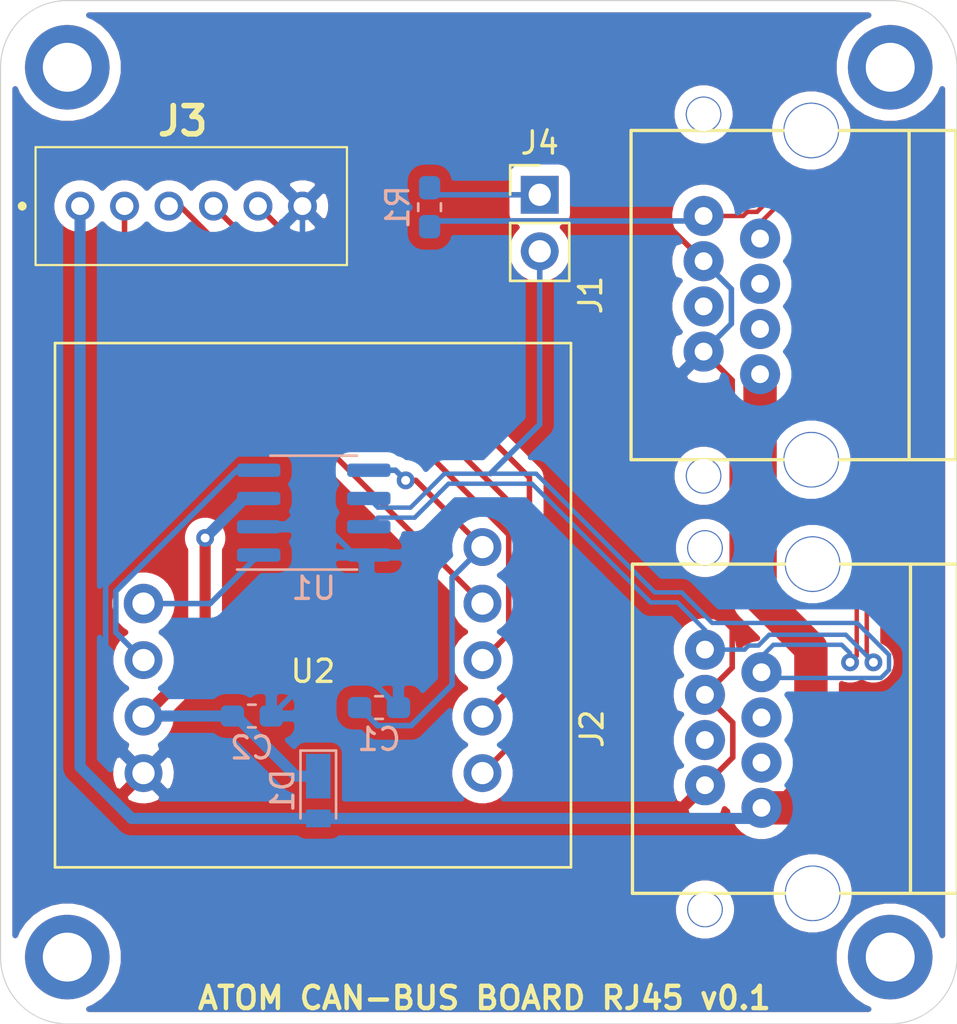
<source format=kicad_pcb>
(kicad_pcb (version 20171130) (host pcbnew "(5.1.2)-1")

  (general
    (thickness 1.6)
    (drawings 9)
    (tracks 137)
    (zones 0)
    (modules 14)
    (nets 20)
  )

  (page A4)
  (layers
    (0 F.Cu signal hide)
    (31 B.Cu signal hide)
    (32 B.Adhes user)
    (33 F.Adhes user)
    (34 B.Paste user)
    (35 F.Paste user)
    (36 B.SilkS user)
    (37 F.SilkS user)
    (38 B.Mask user)
    (39 F.Mask user)
    (40 Dwgs.User user)
    (41 Cmts.User user)
    (42 Eco1.User user)
    (43 Eco2.User user)
    (44 Edge.Cuts user)
    (45 Margin user)
    (46 B.CrtYd user)
    (47 F.CrtYd user)
    (48 B.Fab user)
    (49 F.Fab user)
  )

  (setup
    (last_trace_width 0.25)
    (trace_clearance 0.2)
    (zone_clearance 0.508)
    (zone_45_only no)
    (trace_min 0.2)
    (via_size 0.8)
    (via_drill 0.4)
    (via_min_size 0.4)
    (via_min_drill 0.3)
    (uvia_size 0.3)
    (uvia_drill 0.1)
    (uvias_allowed no)
    (uvia_min_size 0.2)
    (uvia_min_drill 0.1)
    (edge_width 0.05)
    (segment_width 0.2)
    (pcb_text_width 0.3)
    (pcb_text_size 1.5 1.5)
    (mod_edge_width 0.12)
    (mod_text_size 1 1)
    (mod_text_width 0.15)
    (pad_size 3.8 3.8)
    (pad_drill 2.2)
    (pad_to_mask_clearance 0.051)
    (solder_mask_min_width 0.25)
    (aux_axis_origin 0 0)
    (visible_elements 7FFFFFFF)
    (pcbplotparams
      (layerselection 0x010fc_ffffffff)
      (usegerberextensions false)
      (usegerberattributes false)
      (usegerberadvancedattributes false)
      (creategerberjobfile false)
      (excludeedgelayer true)
      (linewidth 0.100000)
      (plotframeref false)
      (viasonmask false)
      (mode 1)
      (useauxorigin false)
      (hpglpennumber 1)
      (hpglpenspeed 20)
      (hpglpendiameter 15.000000)
      (psnegative false)
      (psa4output false)
      (plotreference true)
      (plotvalue true)
      (plotinvisibletext false)
      (padsonsilk false)
      (subtractmaskfromsilk false)
      (outputformat 1)
      (mirror false)
      (drillshape 0)
      (scaleselection 1)
      (outputdirectory "ATOM_CAN_BOARD_RJ45_v0.1"))
  )

  (net 0 "")
  (net 1 GND)
  (net 2 +3V3)
  (net 3 +5V)
  (net 4 "Net-(J1-Pad6)")
  (net 5 "Net-(J1-Pad5)")
  (net 6 "Net-(J1-Pad4)")
  (net 7 /CAN_N)
  (net 8 /CAN_P)
  (net 9 "Net-(J2-Pad6)")
  (net 10 "Net-(J2-Pad5)")
  (net 11 "Net-(J2-Pad4)")
  (net 12 "Net-(J3-Pad5)")
  (net 13 "Net-(J3-Pad4)")
  (net 14 "Net-(J3-Pad3)")
  (net 15 "Net-(J3-Pad2)")
  (net 16 "Net-(J4-Pad1)")
  (net 17 /RX)
  (net 18 /TX)
  (net 19 "Net-(C2-Pad1)")

  (net_class Default "これはデフォルトのネット クラスです。"
    (clearance 0.2)
    (trace_width 0.25)
    (via_dia 0.8)
    (via_drill 0.4)
    (uvia_dia 0.3)
    (uvia_drill 0.1)
    (add_net +3V3)
    (add_net /CAN_N)
    (add_net /CAN_P)
    (add_net /RX)
    (add_net /TX)
    (add_net GND)
    (add_net "Net-(J1-Pad4)")
    (add_net "Net-(J1-Pad5)")
    (add_net "Net-(J1-Pad6)")
    (add_net "Net-(J2-Pad4)")
    (add_net "Net-(J2-Pad5)")
    (add_net "Net-(J2-Pad6)")
    (add_net "Net-(J3-Pad2)")
    (add_net "Net-(J3-Pad3)")
    (add_net "Net-(J3-Pad4)")
    (add_net "Net-(J3-Pad5)")
    (add_net "Net-(J4-Pad1)")
  )

  (net_class +5V ""
    (clearance 0.2)
    (trace_width 0.5)
    (via_dia 0.8)
    (via_drill 0.4)
    (uvia_dia 0.3)
    (uvia_drill 0.1)
    (add_net +5V)
    (add_net "Net-(C2-Pad1)")
  )

  (module MountingHole:MountingHole_2.2mm_M2_ISO14580_Pad (layer F.Cu) (tedit 5FEC8895) (tstamp 5FEC8B1E)
    (at 137.000001 121.2)
    (descr "Mounting Hole 2.2mm, M2, ISO14580")
    (tags "mounting hole 2.2mm m2 iso14580")
    (attr virtual)
    (fp_text reference REF** (at 0 -2.9) (layer F.SilkS) hide
      (effects (font (size 1 1) (thickness 0.15)))
    )
    (fp_text value MountingHole_2.2mm_M2_ISO14580_Pad (at 0 2.9) (layer F.Fab)
      (effects (font (size 1 1) (thickness 0.15)))
    )
    (fp_text user %R (at 0.3 0) (layer F.Fab)
      (effects (font (size 1 1) (thickness 0.15)))
    )
    (fp_circle (center 0 0) (end 1.9 0) (layer Cmts.User) (width 0.15))
    (fp_circle (center 0 0) (end 2.15 0) (layer F.CrtYd) (width 0.05))
    (pad 1 thru_hole circle (at 0 0) (size 3.8 3.8) (drill 2.2) (layers *.Cu *.Mask))
  )

  (module MountingHole:MountingHole_2.2mm_M2_ISO14580_Pad (layer F.Cu) (tedit 5FEC8895) (tstamp 5FEC8B1E)
    (at 174 121.2)
    (descr "Mounting Hole 2.2mm, M2, ISO14580")
    (tags "mounting hole 2.2mm m2 iso14580")
    (attr virtual)
    (fp_text reference REF** (at 0 -2.9) (layer F.SilkS) hide
      (effects (font (size 1 1) (thickness 0.15)))
    )
    (fp_text value MountingHole_2.2mm_M2_ISO14580_Pad (at 0 2.9) (layer F.Fab)
      (effects (font (size 1 1) (thickness 0.15)))
    )
    (fp_text user %R (at 0.3 0) (layer F.Fab)
      (effects (font (size 1 1) (thickness 0.15)))
    )
    (fp_circle (center 0 0) (end 1.9 0) (layer Cmts.User) (width 0.15))
    (fp_circle (center 0 0) (end 2.15 0) (layer F.CrtYd) (width 0.05))
    (pad 1 thru_hole circle (at 0 0) (size 3.8 3.8) (drill 2.2) (layers *.Cu *.Mask))
  )

  (module MountingHole:MountingHole_2.2mm_M2_ISO14580_Pad (layer F.Cu) (tedit 5FEC8895) (tstamp 5FEC8B1E)
    (at 174 81.200001)
    (descr "Mounting Hole 2.2mm, M2, ISO14580")
    (tags "mounting hole 2.2mm m2 iso14580")
    (attr virtual)
    (fp_text reference REF** (at 0 -2.9) (layer F.SilkS) hide
      (effects (font (size 1 1) (thickness 0.15)))
    )
    (fp_text value MountingHole_2.2mm_M2_ISO14580_Pad (at 0 2.9) (layer F.Fab)
      (effects (font (size 1 1) (thickness 0.15)))
    )
    (fp_text user %R (at 0.3 0) (layer F.Fab)
      (effects (font (size 1 1) (thickness 0.15)))
    )
    (fp_circle (center 0 0) (end 1.9 0) (layer Cmts.User) (width 0.15))
    (fp_circle (center 0 0) (end 2.15 0) (layer F.CrtYd) (width 0.05))
    (pad 1 thru_hole circle (at 0 0) (size 3.8 3.8) (drill 2.2) (layers *.Cu *.Mask))
  )

  (module MountingHole:MountingHole_2.2mm_M2_ISO14580_Pad (layer F.Cu) (tedit 5FEC8895) (tstamp 5FEC8A7F)
    (at 137.000001 81.200001)
    (descr "Mounting Hole 2.2mm, M2, ISO14580")
    (tags "mounting hole 2.2mm m2 iso14580")
    (attr virtual)
    (fp_text reference REF** (at 0 -2.9) (layer F.SilkS) hide
      (effects (font (size 1 1) (thickness 0.15)))
    )
    (fp_text value MountingHole_2.2mm_M2_ISO14580_Pad (at 0 2.9) (layer F.Fab)
      (effects (font (size 1 1) (thickness 0.15)))
    )
    (fp_circle (center 0 0) (end 2.15 0) (layer F.CrtYd) (width 0.05))
    (fp_circle (center 0 0) (end 1.9 0) (layer Cmts.User) (width 0.15))
    (fp_text user %R (at 0.3 0) (layer F.Fab)
      (effects (font (size 1 1) (thickness 0.15)))
    )
    (pad 1 thru_hole circle (at 0 0) (size 3.8 3.8) (drill 2.2) (layers *.Cu *.Mask))
  )

  (module Diode_SMD:D_TUMD2 (layer B.Cu) (tedit 58641F9D) (tstamp 5FEC6874)
    (at 148.285 113.716 270)
    (descr "ROHM - TUMD2")
    (tags TUMD2)
    (path /5FECE5E2)
    (attr smd)
    (fp_text reference D1 (at 0 1.6 90) (layer B.SilkS)
      (effects (font (size 1 1) (thickness 0.15)) (justify mirror))
    )
    (fp_text value D_Schottky (at 0 -1.7 90) (layer B.Fab)
      (effects (font (size 1 1) (thickness 0.15)) (justify mirror))
    )
    (fp_line (start -1.8 0.8) (end 1.25 0.8) (layer B.SilkS) (width 0.12))
    (fp_line (start -1.8 -0.8) (end -1.8 0.8) (layer B.SilkS) (width 0.12))
    (fp_line (start 1.25 -0.8) (end -1.8 -0.8) (layer B.SilkS) (width 0.12))
    (fp_line (start -1.9 -0.9) (end -1.9 0.9) (layer B.CrtYd) (width 0.05))
    (fp_line (start 1.9 -0.9) (end -1.9 -0.9) (layer B.CrtYd) (width 0.05))
    (fp_line (start 1.9 0.9) (end 1.9 -0.9) (layer B.CrtYd) (width 0.05))
    (fp_line (start -1.9 0.9) (end 1.9 0.9) (layer B.CrtYd) (width 0.05))
    (fp_line (start -0.3 0.35) (end -0.3 -0.35) (layer B.Fab) (width 0.1))
    (fp_line (start -0.3 0) (end -0.5 0) (layer B.Fab) (width 0.1))
    (fp_line (start -0.3 0) (end 0.2 0.35) (layer B.Fab) (width 0.1))
    (fp_line (start 0.2 0.35) (end 0.2 -0.35) (layer B.Fab) (width 0.1))
    (fp_line (start 0.2 -0.35) (end -0.3 0) (layer B.Fab) (width 0.1))
    (fp_line (start 0.2 0) (end 0.45 0) (layer B.Fab) (width 0.1))
    (fp_line (start -0.95 0.65) (end 0.95 0.65) (layer B.Fab) (width 0.1))
    (fp_line (start -0.95 -0.65) (end -0.95 0.65) (layer B.Fab) (width 0.1))
    (fp_line (start 0.95 -0.65) (end -0.95 -0.65) (layer B.Fab) (width 0.1))
    (fp_line (start 0.95 0.65) (end 0.95 -0.65) (layer B.Fab) (width 0.1))
    (fp_text user %R (at 0 1.6 90) (layer B.Fab)
      (effects (font (size 1 1) (thickness 0.15)) (justify mirror))
    )
    (pad 1 smd rect (at -0.65 0 90) (size 2 1.1) (layers B.Cu B.Paste B.Mask)
      (net 19 "Net-(C2-Pad1)"))
    (pad 2 smd rect (at 1.25 0 90) (size 0.8 1.1) (layers B.Cu B.Paste B.Mask)
      (net 3 +5V))
    (model ${KISYS3DMOD}/Diode_SMD.3dshapes/D_TUMD2.wrl
      (at (xyz 0 0 0))
      (scale (xyz 1 1 1))
      (rotate (xyz 0 0 0))
    )
  )

  (module RJ45:7810-8P8C (layer F.Cu) (tedit 598A7AE1) (tstamp 5FD6A141)
    (at 168.211 110.934 90)
    (path /5FD7F990)
    (fp_text reference J2 (at 0 -7.62 90) (layer F.SilkS)
      (effects (font (size 1 1) (thickness 0.15)))
    )
    (fp_text value RJ45 (at 0 7.62 90) (layer F.Fab)
      (effects (font (size 1 1) (thickness 0.15)))
    )
    (fp_line (start -7.4 -5.8) (end -7.4 8.8) (layer F.SilkS) (width 0.15))
    (fp_line (start 6.4 -5.8) (end -7.4 -5.8) (layer F.SilkS) (width 0.15))
    (fp_line (start 7.4 -5.8) (end 7.4 8.8) (layer F.SilkS) (width 0.15))
    (fp_line (start 6.4 -5.8) (end 7.4 -5.8) (layer F.SilkS) (width 0.15))
    (fp_line (start -7.4 8.8) (end 7.4 8.8) (layer F.SilkS) (width 0.15))
    (fp_line (start -7.4 6.7) (end 7.4 6.7) (layer F.SilkS) (width 0.15))
    (pad "" np_thru_hole circle (at 7.4 2.3 90) (size 2.5 2.5) (drill 2.4) (layers *.Cu *.Mask))
    (pad "" np_thru_hole circle (at -7.4 2.3 90) (size 2.5 2.5) (drill 2.4) (layers *.Cu *.Mask))
    (pad "" np_thru_hole circle (at 8.125 -2.54 90) (size 1.6 1.6) (drill 1.5) (layers *.Cu *.Mask))
    (pad "" np_thru_hole circle (at -8.125 -2.54 90) (size 1.6 1.6) (drill 1.5) (layers *.Cu *.Mask))
    (pad 8 thru_hole circle (at -3.556 0 90) (size 1.8 1.8) (drill 0.8) (layers *.Cu *.Mask)
      (net 3 +5V))
    (pad 7 thru_hole circle (at -2.54 -2.54 90) (size 1.8 1.8) (drill 0.8) (layers *.Cu *.Mask)
      (net 1 GND))
    (pad 6 thru_hole circle (at -1.524 0 90) (size 1.8 1.8) (drill 0.8) (layers *.Cu *.Mask)
      (net 9 "Net-(J2-Pad6)"))
    (pad 5 thru_hole circle (at -0.508 -2.54 90) (size 1.8 1.8) (drill 0.8) (layers *.Cu *.Mask)
      (net 10 "Net-(J2-Pad5)"))
    (pad 4 thru_hole circle (at 0.508 0 90) (size 1.8 1.8) (drill 0.8) (layers *.Cu *.Mask)
      (net 11 "Net-(J2-Pad4)"))
    (pad 3 thru_hole circle (at 1.524 -2.54 90) (size 1.8 1.8) (drill 0.8) (layers *.Cu *.Mask)
      (net 1 GND))
    (pad 2 thru_hole circle (at 2.54 0 90) (size 1.8 1.8) (drill 0.8) (layers *.Cu *.Mask)
      (net 7 /CAN_N))
    (pad 1 thru_hole circle (at 3.556 -2.54 90) (size 1.8 1.8) (drill 0.8) (layers *.Cu *.Mask)
      (net 8 /CAN_P))
  )

  (module M5ATOM:M5ATOM (layer F.Cu) (tedit 5FCB26BA) (tstamp 5FD6A1AE)
    (at 148.047 107.848)
    (path /5FC36636)
    (fp_text reference U2 (at 0 0.5) (layer F.SilkS)
      (effects (font (size 1 1) (thickness 0.15)))
    )
    (fp_text value ATOM_Lite (at 0 -0.5) (layer F.Fab)
      (effects (font (size 1 1) (thickness 0.15)))
    )
    (fp_line (start -11.6 -14.25) (end -11.6 9.317) (layer F.SilkS) (width 0.12))
    (fp_line (start 11.5994 9.317) (end -11.6 9.317) (layer F.SilkS) (width 0.12))
    (fp_line (start 11.5994 -14.25) (end 11.5994 9.317) (layer F.SilkS) (width 0.12))
    (fp_line (start -11.6 -14.25) (end 11.5994 -14.25) (layer F.SilkS) (width 0.12))
    (pad 9 thru_hole circle (at 7.62 -5.08) (size 1.7 1.7) (drill 1) (layers *.Cu *.Mask)
      (net 2 +3V3))
    (pad 8 thru_hole circle (at 7.62 -2.54) (size 1.7 1.7) (drill 1) (layers *.Cu *.Mask)
      (net 15 "Net-(J3-Pad2)"))
    (pad 7 thru_hole circle (at 7.62 0) (size 1.7 1.7) (drill 1) (layers *.Cu *.Mask)
      (net 14 "Net-(J3-Pad3)"))
    (pad 6 thru_hole circle (at 7.62 2.54) (size 1.7 1.7) (drill 1) (layers *.Cu *.Mask)
      (net 13 "Net-(J3-Pad4)"))
    (pad 5 thru_hole circle (at 7.62 5.08) (size 1.7 1.7) (drill 1) (layers *.Cu *.Mask)
      (net 12 "Net-(J3-Pad5)"))
    (pad 4 thru_hole circle (at -7.62 5.08) (size 1.7 1.7) (drill 1) (layers *.Cu *.Mask)
      (net 1 GND))
    (pad 3 thru_hole circle (at -7.62 2.54 90) (size 1.7 1.7) (drill 1) (layers *.Cu *.Mask)
      (net 19 "Net-(C2-Pad1)"))
    (pad 2 thru_hole circle (at -7.62 0) (size 1.7 1.7) (drill 1) (layers *.Cu *.Mask)
      (net 17 /RX))
    (pad 1 thru_hole circle (at -7.62 -2.54) (size 1.7762 1.7762) (drill 1) (layers *.Cu *.Mask)
      (net 18 /TX))
    (model "F:/github/kicad_library/M5ATOM_3D/Pin Header 1x4 TH Pitch 2.54mm v1.step"
      (offset (xyz -7.493 -5.0038 0))
      (scale (xyz 1 1 1))
      (rotate (xyz 0 0 -90))
    )
    (model "F:/github/kicad_library/M5ATOM_3D/Pin Header 1x5 TH Pitch 2.54mm v1.step"
      (offset (xyz 7.6708 -5.156200000000001 0))
      (scale (xyz 1 1 1))
      (rotate (xyz 0 0 -90))
    )
    (model "F:/github/kicad_library/M5ATOM_3D/M5 ATOM Lite v2.step"
      (offset (xyz 0 2.8448 2.8956))
      (scale (xyz 1 1 1))
      (rotate (xyz -90 0 0))
    )
  )

  (module Package_SO:SOIC-8_3.9x4.9mm_P1.27mm (layer B.Cu) (tedit 5C97300E) (tstamp 5FD6A19D)
    (at 148.082 101.219)
    (descr "SOIC, 8 Pin (JEDEC MS-012AA, https://www.analog.com/media/en/package-pcb-resources/package/pkg_pdf/soic_narrow-r/r_8.pdf), generated with kicad-footprint-generator ipc_gullwing_generator.py")
    (tags "SOIC SO")
    (path /5FC37082)
    (attr smd)
    (fp_text reference U1 (at 0 3.4) (layer B.SilkS)
      (effects (font (size 1 1) (thickness 0.15)) (justify mirror))
    )
    (fp_text value MCP2562-E-P (at 0 -3.4) (layer B.Fab)
      (effects (font (size 1 1) (thickness 0.15)) (justify mirror))
    )
    (fp_text user %R (at 0 0) (layer B.Fab)
      (effects (font (size 0.98 0.98) (thickness 0.15)) (justify mirror))
    )
    (fp_line (start 3.7 2.7) (end -3.7 2.7) (layer B.CrtYd) (width 0.05))
    (fp_line (start 3.7 -2.7) (end 3.7 2.7) (layer B.CrtYd) (width 0.05))
    (fp_line (start -3.7 -2.7) (end 3.7 -2.7) (layer B.CrtYd) (width 0.05))
    (fp_line (start -3.7 2.7) (end -3.7 -2.7) (layer B.CrtYd) (width 0.05))
    (fp_line (start -1.95 1.475) (end -0.975 2.45) (layer B.Fab) (width 0.1))
    (fp_line (start -1.95 -2.45) (end -1.95 1.475) (layer B.Fab) (width 0.1))
    (fp_line (start 1.95 -2.45) (end -1.95 -2.45) (layer B.Fab) (width 0.1))
    (fp_line (start 1.95 2.45) (end 1.95 -2.45) (layer B.Fab) (width 0.1))
    (fp_line (start -0.975 2.45) (end 1.95 2.45) (layer B.Fab) (width 0.1))
    (fp_line (start 0 2.56) (end -3.45 2.56) (layer B.SilkS) (width 0.12))
    (fp_line (start 0 2.56) (end 1.95 2.56) (layer B.SilkS) (width 0.12))
    (fp_line (start 0 -2.56) (end -1.95 -2.56) (layer B.SilkS) (width 0.12))
    (fp_line (start 0 -2.56) (end 1.95 -2.56) (layer B.SilkS) (width 0.12))
    (pad 8 smd roundrect (at 2.475 1.905) (size 1.95 0.6) (layers B.Cu B.Paste B.Mask) (roundrect_rratio 0.25)
      (net 1 GND))
    (pad 7 smd roundrect (at 2.475 0.635) (size 1.95 0.6) (layers B.Cu B.Paste B.Mask) (roundrect_rratio 0.25)
      (net 8 /CAN_P))
    (pad 6 smd roundrect (at 2.475 -0.635) (size 1.95 0.6) (layers B.Cu B.Paste B.Mask) (roundrect_rratio 0.25)
      (net 7 /CAN_N))
    (pad 5 smd roundrect (at 2.475 -1.905) (size 1.95 0.6) (layers B.Cu B.Paste B.Mask) (roundrect_rratio 0.25)
      (net 2 +3V3))
    (pad 4 smd roundrect (at -2.475 -1.905) (size 1.95 0.6) (layers B.Cu B.Paste B.Mask) (roundrect_rratio 0.25)
      (net 17 /RX))
    (pad 3 smd roundrect (at -2.475 -0.635) (size 1.95 0.6) (layers B.Cu B.Paste B.Mask) (roundrect_rratio 0.25)
      (net 19 "Net-(C2-Pad1)"))
    (pad 2 smd roundrect (at -2.475 0.635) (size 1.95 0.6) (layers B.Cu B.Paste B.Mask) (roundrect_rratio 0.25)
      (net 1 GND))
    (pad 1 smd roundrect (at -2.475 1.905) (size 1.95 0.6) (layers B.Cu B.Paste B.Mask) (roundrect_rratio 0.25)
      (net 18 /TX))
    (model ${KISYS3DMOD}/Package_SO.3dshapes/SOIC-8_3.9x4.9mm_P1.27mm.wrl
      (at (xyz 0 0 0))
      (scale (xyz 1 1 1))
      (rotate (xyz 0 0 0))
    )
  )

  (module Resistor_SMD:R_0603_1608Metric_Pad1.05x0.95mm_HandSolder (layer B.Cu) (tedit 5B301BBD) (tstamp 5FD6A183)
    (at 153.289 87.489 270)
    (descr "Resistor SMD 0603 (1608 Metric), square (rectangular) end terminal, IPC_7351 nominal with elongated pad for handsoldering. (Body size source: http://www.tortai-tech.com/upload/download/2011102023233369053.pdf), generated with kicad-footprint-generator")
    (tags "resistor handsolder")
    (path /5FCBD437)
    (attr smd)
    (fp_text reference R1 (at 0 1.43 90) (layer B.SilkS)
      (effects (font (size 1 1) (thickness 0.15)) (justify mirror))
    )
    (fp_text value 120 (at 0 -1.43 90) (layer B.Fab)
      (effects (font (size 1 1) (thickness 0.15)) (justify mirror))
    )
    (fp_text user %R (at 0 0 90) (layer B.Fab)
      (effects (font (size 0.4 0.4) (thickness 0.06)) (justify mirror))
    )
    (fp_line (start 1.65 -0.73) (end -1.65 -0.73) (layer B.CrtYd) (width 0.05))
    (fp_line (start 1.65 0.73) (end 1.65 -0.73) (layer B.CrtYd) (width 0.05))
    (fp_line (start -1.65 0.73) (end 1.65 0.73) (layer B.CrtYd) (width 0.05))
    (fp_line (start -1.65 -0.73) (end -1.65 0.73) (layer B.CrtYd) (width 0.05))
    (fp_line (start -0.171267 -0.51) (end 0.171267 -0.51) (layer B.SilkS) (width 0.12))
    (fp_line (start -0.171267 0.51) (end 0.171267 0.51) (layer B.SilkS) (width 0.12))
    (fp_line (start 0.8 -0.4) (end -0.8 -0.4) (layer B.Fab) (width 0.1))
    (fp_line (start 0.8 0.4) (end 0.8 -0.4) (layer B.Fab) (width 0.1))
    (fp_line (start -0.8 0.4) (end 0.8 0.4) (layer B.Fab) (width 0.1))
    (fp_line (start -0.8 -0.4) (end -0.8 0.4) (layer B.Fab) (width 0.1))
    (pad 2 smd roundrect (at 0.875 0 270) (size 1.05 0.95) (layers B.Cu B.Paste B.Mask) (roundrect_rratio 0.25)
      (net 8 /CAN_P))
    (pad 1 smd roundrect (at -0.875 0 270) (size 1.05 0.95) (layers B.Cu B.Paste B.Mask) (roundrect_rratio 0.25)
      (net 16 "Net-(J4-Pad1)"))
    (model ${KISYS3DMOD}/Resistor_SMD.3dshapes/R_0603_1608Metric.wrl
      (at (xyz 0 0 0))
      (scale (xyz 1 1 1))
      (rotate (xyz 0 0 0))
    )
  )

  (module Connector_PinHeader_2.54mm:PinHeader_1x02_P2.54mm_Vertical (layer F.Cu) (tedit 59FED5CC) (tstamp 5FD6A172)
    (at 158.242 86.9315)
    (descr "Through hole straight pin header, 1x02, 2.54mm pitch, single row")
    (tags "Through hole pin header THT 1x02 2.54mm single row")
    (path /5FCBC602)
    (fp_text reference J4 (at 0 -2.33) (layer F.SilkS)
      (effects (font (size 1 1) (thickness 0.15)))
    )
    (fp_text value Conn_01x02_Male (at 0 4.87) (layer F.Fab)
      (effects (font (size 1 1) (thickness 0.15)))
    )
    (fp_text user %R (at 0 1.27 90) (layer F.Fab)
      (effects (font (size 1 1) (thickness 0.15)))
    )
    (fp_line (start 1.8 -1.8) (end -1.8 -1.8) (layer F.CrtYd) (width 0.05))
    (fp_line (start 1.8 4.35) (end 1.8 -1.8) (layer F.CrtYd) (width 0.05))
    (fp_line (start -1.8 4.35) (end 1.8 4.35) (layer F.CrtYd) (width 0.05))
    (fp_line (start -1.8 -1.8) (end -1.8 4.35) (layer F.CrtYd) (width 0.05))
    (fp_line (start -1.33 -1.33) (end 0 -1.33) (layer F.SilkS) (width 0.12))
    (fp_line (start -1.33 0) (end -1.33 -1.33) (layer F.SilkS) (width 0.12))
    (fp_line (start -1.33 1.27) (end 1.33 1.27) (layer F.SilkS) (width 0.12))
    (fp_line (start 1.33 1.27) (end 1.33 3.87) (layer F.SilkS) (width 0.12))
    (fp_line (start -1.33 1.27) (end -1.33 3.87) (layer F.SilkS) (width 0.12))
    (fp_line (start -1.33 3.87) (end 1.33 3.87) (layer F.SilkS) (width 0.12))
    (fp_line (start -1.27 -0.635) (end -0.635 -1.27) (layer F.Fab) (width 0.1))
    (fp_line (start -1.27 3.81) (end -1.27 -0.635) (layer F.Fab) (width 0.1))
    (fp_line (start 1.27 3.81) (end -1.27 3.81) (layer F.Fab) (width 0.1))
    (fp_line (start 1.27 -1.27) (end 1.27 3.81) (layer F.Fab) (width 0.1))
    (fp_line (start -0.635 -1.27) (end 1.27 -1.27) (layer F.Fab) (width 0.1))
    (pad 2 thru_hole oval (at 0 2.54) (size 1.7 1.7) (drill 1) (layers *.Cu *.Mask)
      (net 7 /CAN_N))
    (pad 1 thru_hole rect (at 0 0) (size 1.7 1.7) (drill 1) (layers *.Cu *.Mask)
      (net 16 "Net-(J4-Pad1)"))
    (model ${KISYS3DMOD}/Connector_PinHeader_2.54mm.3dshapes/PinHeader_1x02_P2.54mm_Vertical.wrl
      (at (xyz 0 0 0))
      (scale (xyz 1 1 1))
      (rotate (xyz 0 0 0))
    )
  )

  (module B06B-PASK_LF__SN:B06BPASKLFSN (layer F.Cu) (tedit 5FCB22CA) (tstamp 5FD6A15C)
    (at 137.574 87.4395 180)
    (descr "B06B-PASK(LF)(SN)-2")
    (tags Connector)
    (path /5FC57721)
    (fp_text reference J3 (at -4.6152 3.8227) (layer F.SilkS)
      (effects (font (size 1.27 1.27) (thickness 0.254)))
    )
    (fp_text value Conn_01x06_Male (at -4.65 0) (layer F.SilkS) hide
      (effects (font (size 1.27 1.27) (thickness 0.254)))
    )
    (fp_arc (start 2.6 0) (end 2.6 0.1) (angle -180) (layer F.SilkS) (width 0.2))
    (fp_arc (start 2.6 0) (end 2.6 -0.1) (angle -180) (layer F.SilkS) (width 0.2))
    (fp_line (start 2.6 0.1) (end 2.6 0.1) (layer F.SilkS) (width 0.2))
    (fp_line (start 2.6 -0.1) (end 2.6 -0.1) (layer F.SilkS) (width 0.2))
    (fp_line (start -12.5 3.15) (end -12.5 -3.15) (layer F.CrtYd) (width 0.1))
    (fp_line (start 3.2 3.15) (end -12.5 3.15) (layer F.CrtYd) (width 0.1))
    (fp_line (start 3.2 -3.15) (end 3.2 3.15) (layer F.CrtYd) (width 0.1))
    (fp_line (start -12.5 -3.15) (end 3.2 -3.15) (layer F.CrtYd) (width 0.1))
    (fp_line (start -12 2.65) (end -12 -2.65) (layer F.SilkS) (width 0.1))
    (fp_line (start 2 2.65) (end -12 2.65) (layer F.SilkS) (width 0.1))
    (fp_line (start 2 -2.65) (end 2 2.65) (layer F.SilkS) (width 0.1))
    (fp_line (start -12 -2.65) (end 2 -2.65) (layer F.SilkS) (width 0.1))
    (fp_line (start -12 2.65) (end -12 -2.65) (layer F.Fab) (width 0.2))
    (fp_line (start 2 2.65) (end -12 2.65) (layer F.Fab) (width 0.2))
    (fp_line (start 2 -2.65) (end 2 2.65) (layer F.Fab) (width 0.2))
    (fp_line (start -12 -2.65) (end 2 -2.65) (layer F.Fab) (width 0.2))
    (fp_text user %R (at -4.65 0) (layer F.Fab)
      (effects (font (size 1.27 1.27) (thickness 0.254)))
    )
    (pad 6 thru_hole circle (at -10 0 180) (size 1.3 1.3) (drill 0.8) (layers *.Cu *.Mask)
      (net 1 GND))
    (pad 5 thru_hole circle (at -8 0 180) (size 1.3 1.3) (drill 0.8) (layers *.Cu *.Mask)
      (net 12 "Net-(J3-Pad5)"))
    (pad 4 thru_hole circle (at -6 0 180) (size 1.3 1.3) (drill 0.8) (layers *.Cu *.Mask)
      (net 13 "Net-(J3-Pad4)"))
    (pad 3 thru_hole circle (at -4 0 180) (size 1.3 1.3) (drill 0.8) (layers *.Cu *.Mask)
      (net 14 "Net-(J3-Pad3)"))
    (pad 2 thru_hole circle (at -2 0 180) (size 1.3 1.3) (drill 0.8) (layers *.Cu *.Mask)
      (net 15 "Net-(J3-Pad2)"))
    (pad 1 thru_hole circle (at 0 0 180) (size 1.3 1.3) (drill 0.8) (layers *.Cu *.Mask)
      (net 3 +5V))
    (model F:/github/kicad_library/B06B-PASK_LF__SN_/3D/B06B-PASK.STEP
      (offset (xyz -5.0038 0 3.937))
      (scale (xyz 1 1 1))
      (rotate (xyz -90 0 0))
    )
  )

  (module RJ45:7810-8P8C (layer F.Cu) (tedit 598A7AE1) (tstamp 5FD6A12B)
    (at 168.148 91.44 90)
    (path /5FD63543)
    (fp_text reference J1 (at 0 -7.62 90) (layer F.SilkS)
      (effects (font (size 1 1) (thickness 0.15)))
    )
    (fp_text value RJ45 (at 0 7.62 90) (layer F.Fab)
      (effects (font (size 1 1) (thickness 0.15)))
    )
    (fp_line (start -7.4 -5.8) (end -7.4 8.8) (layer F.SilkS) (width 0.15))
    (fp_line (start 6.4 -5.8) (end -7.4 -5.8) (layer F.SilkS) (width 0.15))
    (fp_line (start 7.4 -5.8) (end 7.4 8.8) (layer F.SilkS) (width 0.15))
    (fp_line (start 6.4 -5.8) (end 7.4 -5.8) (layer F.SilkS) (width 0.15))
    (fp_line (start -7.4 8.8) (end 7.4 8.8) (layer F.SilkS) (width 0.15))
    (fp_line (start -7.4 6.7) (end 7.4 6.7) (layer F.SilkS) (width 0.15))
    (pad "" np_thru_hole circle (at 7.4 2.3 90) (size 2.5 2.5) (drill 2.4) (layers *.Cu *.Mask))
    (pad "" np_thru_hole circle (at -7.4 2.3 90) (size 2.5 2.5) (drill 2.4) (layers *.Cu *.Mask))
    (pad "" np_thru_hole circle (at 8.125 -2.54 90) (size 1.6 1.6) (drill 1.5) (layers *.Cu *.Mask))
    (pad "" np_thru_hole circle (at -8.125 -2.54 90) (size 1.6 1.6) (drill 1.5) (layers *.Cu *.Mask))
    (pad 8 thru_hole circle (at -3.556 0 90) (size 1.8 1.8) (drill 0.8) (layers *.Cu *.Mask)
      (net 3 +5V))
    (pad 7 thru_hole circle (at -2.54 -2.54 90) (size 1.8 1.8) (drill 0.8) (layers *.Cu *.Mask)
      (net 1 GND))
    (pad 6 thru_hole circle (at -1.524 0 90) (size 1.8 1.8) (drill 0.8) (layers *.Cu *.Mask)
      (net 4 "Net-(J1-Pad6)"))
    (pad 5 thru_hole circle (at -0.508 -2.54 90) (size 1.8 1.8) (drill 0.8) (layers *.Cu *.Mask)
      (net 5 "Net-(J1-Pad5)"))
    (pad 4 thru_hole circle (at 0.508 0 90) (size 1.8 1.8) (drill 0.8) (layers *.Cu *.Mask)
      (net 6 "Net-(J1-Pad4)"))
    (pad 3 thru_hole circle (at 1.524 -2.54 90) (size 1.8 1.8) (drill 0.8) (layers *.Cu *.Mask)
      (net 1 GND))
    (pad 2 thru_hole circle (at 2.54 0 90) (size 1.8 1.8) (drill 0.8) (layers *.Cu *.Mask)
      (net 7 /CAN_N))
    (pad 1 thru_hole circle (at 3.556 -2.54 90) (size 1.8 1.8) (drill 0.8) (layers *.Cu *.Mask)
      (net 8 /CAN_P))
  )

  (module Capacitor_SMD:C_0603_1608Metric_Pad1.05x0.95mm_HandSolder (layer B.Cu) (tedit 5B301BBE) (tstamp 5FD6A115)
    (at 145.299 110.363)
    (descr "Capacitor SMD 0603 (1608 Metric), square (rectangular) end terminal, IPC_7351 nominal with elongated pad for handsoldering. (Body size source: http://www.tortai-tech.com/upload/download/2011102023233369053.pdf), generated with kicad-footprint-generator")
    (tags "capacitor handsolder")
    (path /5FC437AB)
    (attr smd)
    (fp_text reference C2 (at 0 1.43) (layer B.SilkS)
      (effects (font (size 1 1) (thickness 0.15)) (justify mirror))
    )
    (fp_text value 0.1u (at 0 -1.43) (layer B.Fab)
      (effects (font (size 1 1) (thickness 0.15)) (justify mirror))
    )
    (fp_text user %R (at 0 0) (layer B.Fab)
      (effects (font (size 0.4 0.4) (thickness 0.06)) (justify mirror))
    )
    (fp_line (start 1.65 -0.73) (end -1.65 -0.73) (layer B.CrtYd) (width 0.05))
    (fp_line (start 1.65 0.73) (end 1.65 -0.73) (layer B.CrtYd) (width 0.05))
    (fp_line (start -1.65 0.73) (end 1.65 0.73) (layer B.CrtYd) (width 0.05))
    (fp_line (start -1.65 -0.73) (end -1.65 0.73) (layer B.CrtYd) (width 0.05))
    (fp_line (start -0.171267 -0.51) (end 0.171267 -0.51) (layer B.SilkS) (width 0.12))
    (fp_line (start -0.171267 0.51) (end 0.171267 0.51) (layer B.SilkS) (width 0.12))
    (fp_line (start 0.8 -0.4) (end -0.8 -0.4) (layer B.Fab) (width 0.1))
    (fp_line (start 0.8 0.4) (end 0.8 -0.4) (layer B.Fab) (width 0.1))
    (fp_line (start -0.8 0.4) (end 0.8 0.4) (layer B.Fab) (width 0.1))
    (fp_line (start -0.8 -0.4) (end -0.8 0.4) (layer B.Fab) (width 0.1))
    (pad 2 smd roundrect (at 0.875 0) (size 1.05 0.95) (layers B.Cu B.Paste B.Mask) (roundrect_rratio 0.25)
      (net 1 GND))
    (pad 1 smd roundrect (at -0.875 0) (size 1.05 0.95) (layers B.Cu B.Paste B.Mask) (roundrect_rratio 0.25)
      (net 19 "Net-(C2-Pad1)"))
    (model ${KISYS3DMOD}/Capacitor_SMD.3dshapes/C_0603_1608Metric.wrl
      (at (xyz 0 0 0))
      (scale (xyz 1 1 1))
      (rotate (xyz 0 0 0))
    )
  )

  (module Capacitor_SMD:C_0603_1608Metric_Pad1.05x0.95mm_HandSolder (layer B.Cu) (tedit 5B301BBE) (tstamp 5FD6A104)
    (at 151.017 109.982)
    (descr "Capacitor SMD 0603 (1608 Metric), square (rectangular) end terminal, IPC_7351 nominal with elongated pad for handsoldering. (Body size source: http://www.tortai-tech.com/upload/download/2011102023233369053.pdf), generated with kicad-footprint-generator")
    (tags "capacitor handsolder")
    (path /5FC4A6AB)
    (attr smd)
    (fp_text reference C1 (at 0 1.43) (layer B.SilkS)
      (effects (font (size 1 1) (thickness 0.15)) (justify mirror))
    )
    (fp_text value 0.1u (at 0 -1.43) (layer B.Fab)
      (effects (font (size 1 1) (thickness 0.15)) (justify mirror))
    )
    (fp_text user %R (at 0 0) (layer B.Fab)
      (effects (font (size 0.4 0.4) (thickness 0.06)) (justify mirror))
    )
    (fp_line (start 1.65 -0.73) (end -1.65 -0.73) (layer B.CrtYd) (width 0.05))
    (fp_line (start 1.65 0.73) (end 1.65 -0.73) (layer B.CrtYd) (width 0.05))
    (fp_line (start -1.65 0.73) (end 1.65 0.73) (layer B.CrtYd) (width 0.05))
    (fp_line (start -1.65 -0.73) (end -1.65 0.73) (layer B.CrtYd) (width 0.05))
    (fp_line (start -0.171267 -0.51) (end 0.171267 -0.51) (layer B.SilkS) (width 0.12))
    (fp_line (start -0.171267 0.51) (end 0.171267 0.51) (layer B.SilkS) (width 0.12))
    (fp_line (start 0.8 -0.4) (end -0.8 -0.4) (layer B.Fab) (width 0.1))
    (fp_line (start 0.8 0.4) (end 0.8 -0.4) (layer B.Fab) (width 0.1))
    (fp_line (start -0.8 0.4) (end 0.8 0.4) (layer B.Fab) (width 0.1))
    (fp_line (start -0.8 -0.4) (end -0.8 0.4) (layer B.Fab) (width 0.1))
    (pad 2 smd roundrect (at 0.875 0) (size 1.05 0.95) (layers B.Cu B.Paste B.Mask) (roundrect_rratio 0.25)
      (net 1 GND))
    (pad 1 smd roundrect (at -0.875 0) (size 1.05 0.95) (layers B.Cu B.Paste B.Mask) (roundrect_rratio 0.25)
      (net 2 +3V3))
    (model ${KISYS3DMOD}/Capacitor_SMD.3dshapes/C_0603_1608Metric.wrl
      (at (xyz 0 0 0))
      (scale (xyz 1 1 1))
      (rotate (xyz 0 0 0))
    )
  )

  (gr_text "ATOM CAN-BUS BOARD RJ45 v0.1" (at 155.7528 123.0376) (layer F.SilkS)
    (effects (font (size 1 1) (thickness 0.2)))
  )
  (gr_arc (start 174 121.2) (end 174 124.2) (angle -89.9999908) (layer Edge.Cuts) (width 0.05))
  (gr_arc (start 137.000001 121.2) (end 134.000002 121.2) (angle -90.00000035) (layer Edge.Cuts) (width 0.05))
  (gr_line (start 174 78.200001) (end 137.000001 78.200002) (layer Edge.Cuts) (width 0.05))
  (gr_line (start 177 121.2) (end 177 81.200001) (layer Edge.Cuts) (width 0.05))
  (gr_line (start 137.000001 124.2) (end 174 124.2) (layer Edge.Cuts) (width 0.05))
  (gr_arc (start 174 81.200001) (end 177 81.200001) (angle -90) (layer Edge.Cuts) (width 0.05))
  (gr_arc (start 137.000001 81.200001) (end 137.000001 78.200002) (angle -89.99999952) (layer Edge.Cuts) (width 0.05))
  (gr_line (start 134.000002 81.200001) (end 134.000002 121.2) (layer Edge.Cuts) (width 0.05))

  (segment (start 147.574 98.5798) (end 147.574 101.001) (width 0.25) (layer B.Cu) (net 1))
  (segment (start 147.574 87.4395) (end 147.574 98.5798) (width 0.25) (layer B.Cu) (net 1))
  (segment (start 148.214 108.323) (end 147.709 108.323) (width 0.25) (layer B.Cu) (net 1))
  (segment (start 150.233 108.323) (end 148.214 108.323) (width 0.25) (layer B.Cu) (net 1))
  (segment (start 165.671 109.41) (end 166.922 110.661) (width 0.25) (layer F.Cu) (net 1))
  (segment (start 166.922 110.661) (end 166.922 112.223) (width 0.25) (layer F.Cu) (net 1))
  (segment (start 166.922 112.223) (end 165.671 113.474) (width 0.25) (layer F.Cu) (net 1))
  (segment (start 165.608 93.98) (end 166.896 95.2684) (width 0.25) (layer F.Cu) (net 1))
  (segment (start 166.896 95.2684) (end 166.896 108.185) (width 0.25) (layer F.Cu) (net 1))
  (segment (start 166.896 108.185) (end 165.671 109.41) (width 0.25) (layer F.Cu) (net 1))
  (segment (start 147.574 101.001) (end 146.721 101.854) (width 0.25) (layer B.Cu) (net 1))
  (segment (start 146.721 101.854) (end 145.607 101.854) (width 0.25) (layer B.Cu) (net 1))
  (segment (start 150.233 108.323) (end 151.892 109.982) (width 0.25) (layer B.Cu) (net 1))
  (segment (start 165.608 89.916) (end 163.799 88.1069) (width 0.25) (layer F.Cu) (net 1))
  (segment (start 163.799 88.1069) (end 148.241 88.1069) (width 0.25) (layer F.Cu) (net 1))
  (segment (start 148.241 88.1069) (end 147.574 87.4395) (width 0.25) (layer F.Cu) (net 1))
  (segment (start 165.608 89.916) (end 166.859 91.1671) (width 0.25) (layer B.Cu) (net 1))
  (segment (start 166.859 91.1671) (end 166.859 92.7289) (width 0.25) (layer B.Cu) (net 1))
  (segment (start 166.859 92.7289) (end 165.608 93.98) (width 0.25) (layer B.Cu) (net 1))
  (segment (start 150.557 103.124) (end 150.233 103.448) (width 0.25) (layer B.Cu) (net 1))
  (segment (start 150.233 103.448) (end 147.787 101.001) (width 0.25) (layer B.Cu) (net 1))
  (segment (start 147.787 101.001) (end 147.574 101.001) (width 0.25) (layer B.Cu) (net 1))
  (segment (start 150.233 103.448) (end 150.233 108.323) (width 0.25) (layer B.Cu) (net 1))
  (segment (start 148.214 108.323) (end 146.174 110.363) (width 0.25) (layer B.Cu) (net 1))
  (segment (start 147.574 98.5798) (end 144.621 98.5798) (width 0.25) (layer B.Cu) (net 1))
  (segment (start 144.621 98.5798) (end 138.726 104.474) (width 0.25) (layer B.Cu) (net 1))
  (segment (start 138.726 104.474) (end 138.726 111.227) (width 0.25) (layer B.Cu) (net 1))
  (segment (start 138.726 111.227) (end 140.427 112.928) (width 0.25) (layer B.Cu) (net 1))
  (segment (start 150.142 109.982) (end 150.954 110.794) (width 0.25) (layer B.Cu) (net 2))
  (segment (start 150.954 110.794) (end 152.461 110.794) (width 0.25) (layer B.Cu) (net 2))
  (segment (start 152.461 110.794) (end 154.302 108.953) (width 0.25) (layer B.Cu) (net 2))
  (segment (start 154.302 108.953) (end 154.302 104.133) (width 0.25) (layer B.Cu) (net 2))
  (segment (start 154.302 104.133) (end 155.667 102.768) (width 0.25) (layer B.Cu) (net 2))
  (segment (start 155.667 102.768) (end 152.668 99.7689) (width 0.25) (layer F.Cu) (net 2))
  (segment (start 152.668 99.7689) (end 152.213 99.7689) (width 0.25) (layer F.Cu) (net 2))
  (segment (start 150.557 99.314) (end 151.758 99.314) (width 0.25) (layer B.Cu) (net 2))
  (segment (start 151.758 99.314) (end 152.213 99.7689) (width 0.25) (layer B.Cu) (net 2))
  (via (at 152.213 99.7689) (size 0.8) (layers F.Cu B.Cu) (net 2))
  (segment (start 168.211 114.49) (end 167.735 114.966) (width 0.5) (layer B.Cu) (net 3))
  (segment (start 167.735 114.966) (end 148.285 114.966) (width 0.5) (layer B.Cu) (net 3))
  (segment (start 148.285 114.966) (end 139.893 114.966) (width 0.5) (layer B.Cu) (net 3))
  (segment (start 139.893 114.966) (end 137.574 112.647) (width 0.5) (layer B.Cu) (net 3))
  (segment (start 137.574 112.647) (end 137.574 87.4395) (width 0.5) (layer B.Cu) (net 3))
  (segment (start 168.211 114.49) (end 167.99 114.711) (width 0.25) (layer F.Cu) (net 3))
  (segment (start 169.483792 114.49) (end 169.496992 114.5032) (width 0.5) (layer F.Cu) (net 3))
  (segment (start 168.211 114.49) (end 169.483792 114.49) (width 1.5) (layer F.Cu) (net 3))
  (segment (start 169.496992 114.5032) (end 170.434 113.566192) (width 1.5) (layer F.Cu) (net 3))
  (segment (start 170.434 107.315) (end 170.434 113.566192) (width 1.5) (layer F.Cu) (net 3))
  (segment (start 168.148 105.029) (end 170.434 107.315) (width 1.5) (layer F.Cu) (net 3))
  (segment (start 168.148 96.268792) (end 168.148 105.029) (width 1.5) (layer F.Cu) (net 3))
  (segment (start 168.148 94.996) (end 168.148 96.268792) (width 1.5) (layer F.Cu) (net 3))
  (segment (start 156.02 99.47) (end 158.081 99.47) (width 0.2) (layer B.Cu) (net 7))
  (segment (start 158.081 99.47) (end 163.415 104.804) (width 0.2) (layer B.Cu) (net 7))
  (segment (start 163.415 104.804) (end 164.621 104.804) (width 0.2) (layer B.Cu) (net 7))
  (segment (start 164.621 104.804) (end 165.995 106.178) (width 0.2) (layer B.Cu) (net 7))
  (segment (start 165.995 106.178) (end 172.51 106.178) (width 0.2) (layer B.Cu) (net 7))
  (segment (start 172.51 106.178) (end 173.945 107.614) (width 0.2) (layer B.Cu) (net 7))
  (segment (start 173.945 107.614) (end 173.945 108.286) (width 0.2) (layer B.Cu) (net 7))
  (segment (start 173.945 108.286) (end 173.581 108.65) (width 0.2) (layer B.Cu) (net 7))
  (segment (start 173.581 108.65) (end 168.467 108.65) (width 0.2) (layer B.Cu) (net 7))
  (segment (start 168.467 108.65) (end 168.211 108.394) (width 0.2) (layer B.Cu) (net 7))
  (segment (start 150.557 100.584) (end 150.967 100.994) (width 0.2) (layer B.Cu) (net 7))
  (segment (start 150.967 100.994) (end 152.434 100.994) (width 0.2) (layer B.Cu) (net 7))
  (segment (start 152.434 100.994) (end 153.958 99.47) (width 0.2) (layer B.Cu) (net 7))
  (segment (start 153.958 99.47) (end 156.02 99.47) (width 0.2) (layer B.Cu) (net 7))
  (segment (start 156.02 99.47) (end 158.242 97.2475) (width 0.25) (layer B.Cu) (net 7))
  (segment (start 158.242 97.2475) (end 158.242 89.4715) (width 0.25) (layer B.Cu) (net 7))
  (segment (start 172.195 107.95) (end 172.195 107.536) (width 0.2) (layer B.Cu) (net 7))
  (segment (start 172.195 107.536) (end 171.818 107.159) (width 0.2) (layer B.Cu) (net 7))
  (segment (start 171.818 107.159) (end 168.749 107.159) (width 0.2) (layer B.Cu) (net 7))
  (segment (start 168.749 107.159) (end 168.211 107.697) (width 0.2) (layer B.Cu) (net 7))
  (segment (start 168.211 107.697) (end 168.211 108.394) (width 0.2) (layer B.Cu) (net 7))
  (segment (start 168.148 88.9) (end 168.148 88.2022) (width 0.2) (layer F.Cu) (net 7))
  (segment (start 168.148 88.2022) (end 169.13 87.22) (width 0.2) (layer F.Cu) (net 7))
  (segment (start 169.13 87.22) (end 171.484 87.22) (width 0.2) (layer F.Cu) (net 7))
  (segment (start 171.484 87.22) (end 172.495 88.2312) (width 0.2) (layer F.Cu) (net 7))
  (segment (start 172.495 88.2312) (end 172.495 107.65) (width 0.2) (layer F.Cu) (net 7))
  (segment (start 172.495 107.65) (end 172.195 107.95) (width 0.2) (layer F.Cu) (net 7))
  (via (at 172.195 107.95) (size 0.8) (layers F.Cu B.Cu) (net 7))
  (segment (start 165.608 87.884) (end 165.385 88.1069) (width 0.25) (layer B.Cu) (net 8))
  (segment (start 165.385 88.1069) (end 153.546 88.1069) (width 0.25) (layer B.Cu) (net 8))
  (segment (start 153.546 88.1069) (end 153.289 88.364) (width 0.25) (layer B.Cu) (net 8))
  (segment (start 150.557 101.854) (end 150.967 101.444) (width 0.2) (layer B.Cu) (net 8))
  (segment (start 150.967 101.444) (end 152.62 101.444) (width 0.2) (layer B.Cu) (net 8))
  (segment (start 152.62 101.444) (end 154.144 99.92) (width 0.2) (layer B.Cu) (net 8))
  (segment (start 154.144 99.92) (end 157.895 99.92) (width 0.2) (layer B.Cu) (net 8))
  (segment (start 157.895 99.92) (end 163.229 105.254) (width 0.2) (layer B.Cu) (net 8))
  (segment (start 163.229 105.254) (end 164.435 105.254) (width 0.2) (layer B.Cu) (net 8))
  (segment (start 164.435 105.254) (end 165.671 106.491) (width 0.2) (layer B.Cu) (net 8))
  (segment (start 165.671 106.491) (end 165.671 107.378) (width 0.2) (layer B.Cu) (net 8))
  (segment (start 173.245 107.95) (end 172.004 106.709) (width 0.2) (layer B.Cu) (net 8))
  (segment (start 172.004 106.709) (end 168.563 106.709) (width 0.2) (layer B.Cu) (net 8))
  (segment (start 168.563 106.709) (end 168.077 107.194) (width 0.2) (layer B.Cu) (net 8))
  (segment (start 168.077 107.194) (end 167.635 107.194) (width 0.2) (layer B.Cu) (net 8))
  (segment (start 167.635 107.194) (end 167.451 107.378) (width 0.2) (layer B.Cu) (net 8))
  (segment (start 167.451 107.378) (end 165.671 107.378) (width 0.2) (layer B.Cu) (net 8))
  (segment (start 165.608 87.884) (end 167.388 87.884) (width 0.2) (layer F.Cu) (net 8))
  (segment (start 167.388 87.884) (end 167.572 87.7) (width 0.2) (layer F.Cu) (net 8))
  (segment (start 167.572 87.7) (end 168.014 87.7) (width 0.2) (layer F.Cu) (net 8))
  (segment (start 168.014 87.7) (end 168.944 86.77) (width 0.2) (layer F.Cu) (net 8))
  (segment (start 168.944 86.77) (end 171.67 86.77) (width 0.2) (layer F.Cu) (net 8))
  (segment (start 171.67 86.77) (end 172.945 88.0448) (width 0.2) (layer F.Cu) (net 8))
  (segment (start 172.945 88.0448) (end 172.945 107.65) (width 0.2) (layer F.Cu) (net 8))
  (segment (start 172.945 107.65) (end 173.245 107.95) (width 0.2) (layer F.Cu) (net 8))
  (via (at 173.245 107.95) (size 0.8) (layers F.Cu B.Cu) (net 8))
  (segment (start 155.667 112.928) (end 157.78 110.815) (width 0.25) (layer F.Cu) (net 12))
  (segment (start 157.78 110.815) (end 157.78 99.6458) (width 0.25) (layer F.Cu) (net 12))
  (segment (start 157.78 99.6458) (end 145.574 87.4395) (width 0.25) (layer F.Cu) (net 12))
  (segment (start 143.574 87.4395) (end 157.33 101.195) (width 0.25) (layer F.Cu) (net 13))
  (segment (start 157.33 101.195) (end 157.33 108.725) (width 0.25) (layer F.Cu) (net 13))
  (segment (start 157.33 108.725) (end 155.667 110.388) (width 0.25) (layer F.Cu) (net 13))
  (segment (start 155.667 107.848) (end 156.849 106.666) (width 0.25) (layer F.Cu) (net 14))
  (segment (start 156.849 106.666) (end 156.849 102.207) (width 0.25) (layer F.Cu) (net 14))
  (segment (start 156.849 102.207) (end 142.081 87.4395) (width 0.25) (layer F.Cu) (net 14))
  (segment (start 142.081 87.4395) (end 141.574 87.4395) (width 0.25) (layer F.Cu) (net 14))
  (segment (start 139.574 87.4395) (end 139.574 89.215) (width 0.25) (layer F.Cu) (net 15))
  (segment (start 139.574 89.215) (end 155.667 105.308) (width 0.25) (layer F.Cu) (net 15))
  (segment (start 158.242 86.9315) (end 153.606 86.9315) (width 0.25) (layer B.Cu) (net 16))
  (segment (start 153.606 86.9315) (end 153.289 86.614) (width 0.25) (layer B.Cu) (net 16))
  (segment (start 140.427 107.848) (end 139.182 106.603) (width 0.25) (layer B.Cu) (net 17))
  (segment (start 139.182 106.603) (end 139.182 104.753) (width 0.25) (layer B.Cu) (net 17))
  (segment (start 139.182 104.753) (end 144.621 99.314) (width 0.25) (layer B.Cu) (net 17))
  (segment (start 144.621 99.314) (end 145.607 99.314) (width 0.25) (layer B.Cu) (net 17))
  (segment (start 145.607 103.124) (end 143.423 105.308) (width 0.25) (layer B.Cu) (net 18))
  (segment (start 143.423 105.308) (end 140.427 105.308) (width 0.25) (layer B.Cu) (net 18))
  (segment (start 140.427 110.388) (end 143.198 107.617) (width 0.5) (layer F.Cu) (net 19))
  (segment (start 143.198 107.617) (end 143.198 102.3584) (width 0.5) (layer F.Cu) (net 19))
  (segment (start 145.201 100.584) (end 144.9724 100.584) (width 0.5) (layer B.Cu) (net 19))
  (segment (start 144.9724 100.584) (end 143.198 102.3584) (width 0.5) (layer B.Cu) (net 19))
  (segment (start 145.201 100.584) (end 145.607 100.584) (width 0.25) (layer B.Cu) (net 19))
  (segment (start 145.607 100.584) (end 146.014 100.584) (width 0.25) (layer B.Cu) (net 19))
  (segment (start 148.285 113.066) (end 147.285 113.066) (width 0.5) (layer B.Cu) (net 19))
  (segment (start 147.285 113.066) (end 144.582 110.363) (width 0.5) (layer B.Cu) (net 19))
  (segment (start 144.582 110.363) (end 144.424 110.363) (width 0.5) (layer B.Cu) (net 19))
  (segment (start 144.424 110.363) (end 140.452 110.363) (width 0.5) (layer B.Cu) (net 19))
  (segment (start 140.452 110.363) (end 140.427 110.388) (width 0.5) (layer B.Cu) (net 19))
  (via (at 143.198 102.3584) (size 0.8) (layers F.Cu B.Cu) (net 19))

  (zone (net 1) (net_name GND) (layer F.Cu) (tstamp 5FEC9D29) (hatch edge 0.508)
    (connect_pads (clearance 0.508))
    (min_thickness 0.254)
    (fill yes (arc_segments 32) (thermal_gap 0.508) (thermal_bridge_width 0.508))
    (polygon
      (pts
        (xy 133.858 78.105) (xy 177.0126 78.232) (xy 176.911 124.2568) (xy 134.0358 124.206)
      )
    )
    (filled_polygon
      (pts
        (xy 172.799227 78.953513) (xy 172.384032 79.230938) (xy 172.030937 79.584033) (xy 171.753512 79.999228) (xy 171.562418 80.460569)
        (xy 171.465 80.950325) (xy 171.465 81.449677) (xy 171.562418 81.939433) (xy 171.753512 82.400774) (xy 172.030937 82.815969)
        (xy 172.384032 83.169064) (xy 172.799227 83.446489) (xy 173.260568 83.637583) (xy 173.750324 83.735001) (xy 174.249676 83.735001)
        (xy 174.739432 83.637583) (xy 175.200773 83.446489) (xy 175.615968 83.169064) (xy 175.969063 82.815969) (xy 176.246488 82.400774)
        (xy 176.340001 82.175014) (xy 176.34 120.224985) (xy 176.246488 119.999227) (xy 175.969063 119.584032) (xy 175.615968 119.230937)
        (xy 175.200773 118.953512) (xy 174.739432 118.762418) (xy 174.249676 118.665) (xy 173.750324 118.665) (xy 173.260568 118.762418)
        (xy 172.799227 118.953512) (xy 172.384032 119.230937) (xy 172.030937 119.584032) (xy 171.753512 119.999227) (xy 171.562418 120.460568)
        (xy 171.465 120.950324) (xy 171.465 121.449676) (xy 171.562418 121.939432) (xy 171.753512 122.400773) (xy 172.030937 122.815968)
        (xy 172.384032 123.169063) (xy 172.799227 123.446488) (xy 173.024985 123.54) (xy 137.975016 123.54) (xy 138.200774 123.446488)
        (xy 138.615969 123.169063) (xy 138.969064 122.815968) (xy 139.246489 122.400773) (xy 139.437583 121.939432) (xy 139.535001 121.449676)
        (xy 139.535001 120.950324) (xy 139.437583 120.460568) (xy 139.246489 119.999227) (xy 138.969064 119.584032) (xy 138.615969 119.230937)
        (xy 138.200774 118.953512) (xy 138.114232 118.917665) (xy 164.236 118.917665) (xy 164.236 119.200335) (xy 164.291147 119.477574)
        (xy 164.39932 119.738727) (xy 164.556363 119.973759) (xy 164.756241 120.173637) (xy 164.991273 120.33068) (xy 165.252426 120.438853)
        (xy 165.529665 120.494) (xy 165.812335 120.494) (xy 166.089574 120.438853) (xy 166.350727 120.33068) (xy 166.585759 120.173637)
        (xy 166.785637 119.973759) (xy 166.94268 119.738727) (xy 167.050853 119.477574) (xy 167.106 119.200335) (xy 167.106 118.917665)
        (xy 167.050853 118.640426) (xy 166.94268 118.379273) (xy 166.788379 118.148344) (xy 168.626 118.148344) (xy 168.626 118.519656)
        (xy 168.698439 118.883834) (xy 168.840534 119.226882) (xy 169.046825 119.535618) (xy 169.309382 119.798175) (xy 169.618118 120.004466)
        (xy 169.961166 120.146561) (xy 170.325344 120.219) (xy 170.696656 120.219) (xy 171.060834 120.146561) (xy 171.403882 120.004466)
        (xy 171.712618 119.798175) (xy 171.975175 119.535618) (xy 172.181466 119.226882) (xy 172.323561 118.883834) (xy 172.396 118.519656)
        (xy 172.396 118.148344) (xy 172.323561 117.784166) (xy 172.181466 117.441118) (xy 171.975175 117.132382) (xy 171.712618 116.869825)
        (xy 171.403882 116.663534) (xy 171.060834 116.521439) (xy 170.696656 116.449) (xy 170.325344 116.449) (xy 169.961166 116.521439)
        (xy 169.618118 116.663534) (xy 169.309382 116.869825) (xy 169.046825 117.132382) (xy 168.840534 117.441118) (xy 168.698439 117.784166)
        (xy 168.626 118.148344) (xy 166.788379 118.148344) (xy 166.785637 118.144241) (xy 166.585759 117.944363) (xy 166.350727 117.78732)
        (xy 166.089574 117.679147) (xy 165.812335 117.624) (xy 165.529665 117.624) (xy 165.252426 117.679147) (xy 164.991273 117.78732)
        (xy 164.756241 117.944363) (xy 164.556363 118.144241) (xy 164.39932 118.379273) (xy 164.291147 118.640426) (xy 164.236 118.917665)
        (xy 138.114232 118.917665) (xy 137.739433 118.762418) (xy 137.249677 118.665) (xy 136.750325 118.665) (xy 136.260569 118.762418)
        (xy 135.799228 118.953512) (xy 135.384033 119.230937) (xy 135.030938 119.584032) (xy 134.753513 119.999227) (xy 134.660002 120.224982)
        (xy 134.660002 113.956397) (xy 139.578208 113.956397) (xy 139.655843 114.205472) (xy 139.919883 114.331371) (xy 140.203411 114.403339)
        (xy 140.495531 114.418611) (xy 140.785019 114.376599) (xy 141.060747 114.278919) (xy 141.198157 114.205472) (xy 141.275792 113.956397)
        (xy 140.427 113.107605) (xy 139.578208 113.956397) (xy 134.660002 113.956397) (xy 134.660002 112.996531) (xy 138.936389 112.996531)
        (xy 138.978401 113.286019) (xy 139.076081 113.561747) (xy 139.149528 113.699157) (xy 139.398603 113.776792) (xy 140.247395 112.928)
        (xy 140.606605 112.928) (xy 141.455397 113.776792) (xy 141.704472 113.699157) (xy 141.830371 113.435117) (xy 141.902339 113.151589)
        (xy 141.917611 112.859469) (xy 141.875599 112.569981) (xy 141.777919 112.294253) (xy 141.704472 112.156843) (xy 141.455397 112.079208)
        (xy 140.606605 112.928) (xy 140.247395 112.928) (xy 139.398603 112.079208) (xy 139.149528 112.156843) (xy 139.023629 112.420883)
        (xy 138.951661 112.704411) (xy 138.936389 112.996531) (xy 134.660002 112.996531) (xy 134.660002 105.157988) (xy 138.9039 105.157988)
        (xy 138.9039 105.458012) (xy 138.962432 105.752272) (xy 139.077246 106.029459) (xy 139.243931 106.27892) (xy 139.45608 106.491069)
        (xy 139.620471 106.600912) (xy 139.480368 106.694525) (xy 139.273525 106.901368) (xy 139.11101 107.144589) (xy 138.999068 107.414842)
        (xy 138.942 107.70174) (xy 138.942 107.99426) (xy 138.999068 108.281158) (xy 139.11101 108.551411) (xy 139.273525 108.794632)
        (xy 139.480368 109.001475) (xy 139.65476 109.118) (xy 139.480368 109.234525) (xy 139.273525 109.441368) (xy 139.11101 109.684589)
        (xy 138.999068 109.954842) (xy 138.942 110.24174) (xy 138.942 110.53426) (xy 138.999068 110.821158) (xy 139.11101 111.091411)
        (xy 139.273525 111.334632) (xy 139.480368 111.541475) (xy 139.653729 111.657311) (xy 139.578208 111.899603) (xy 140.427 112.748395)
        (xy 141.275792 111.899603) (xy 141.200271 111.657311) (xy 141.373632 111.541475) (xy 141.580475 111.334632) (xy 141.74299 111.091411)
        (xy 141.854932 110.821158) (xy 141.912 110.53426) (xy 141.912 110.24174) (xy 141.897539 110.169039) (xy 143.79305 108.273529)
        (xy 143.826817 108.245817) (xy 143.87673 108.184999) (xy 143.937411 108.111059) (xy 143.998384 107.996985) (xy 144.019589 107.957313)
        (xy 144.070195 107.79049) (xy 144.083 107.660477) (xy 144.083 107.660469) (xy 144.087281 107.617) (xy 144.083 107.573531)
        (xy 144.083 102.896854) (xy 144.115205 102.848656) (xy 144.193226 102.660298) (xy 144.233 102.460339) (xy 144.233 102.256461)
        (xy 144.193226 102.056502) (xy 144.115205 101.868144) (xy 144.001937 101.698626) (xy 143.857774 101.554463) (xy 143.688256 101.441195)
        (xy 143.499898 101.363174) (xy 143.299939 101.3234) (xy 143.096061 101.3234) (xy 142.896102 101.363174) (xy 142.707744 101.441195)
        (xy 142.538226 101.554463) (xy 142.394063 101.698626) (xy 142.280795 101.868144) (xy 142.202774 102.056502) (xy 142.163 102.256461)
        (xy 142.163 102.460339) (xy 142.202774 102.660298) (xy 142.280795 102.848656) (xy 142.313001 102.896856) (xy 142.313 107.250421)
        (xy 141.903652 107.65977) (xy 141.854932 107.414842) (xy 141.74299 107.144589) (xy 141.580475 106.901368) (xy 141.373632 106.694525)
        (xy 141.233529 106.600912) (xy 141.39792 106.491069) (xy 141.610069 106.27892) (xy 141.776754 106.029459) (xy 141.891568 105.752272)
        (xy 141.9501 105.458012) (xy 141.9501 105.157988) (xy 141.891568 104.863728) (xy 141.776754 104.586541) (xy 141.610069 104.33708)
        (xy 141.39792 104.124931) (xy 141.148459 103.958246) (xy 140.871272 103.843432) (xy 140.577012 103.7849) (xy 140.276988 103.7849)
        (xy 139.982728 103.843432) (xy 139.705541 103.958246) (xy 139.45608 104.124931) (xy 139.243931 104.33708) (xy 139.077246 104.586541)
        (xy 138.962432 104.863728) (xy 138.9039 105.157988) (xy 134.660002 105.157988) (xy 134.660002 87.312939) (xy 136.289 87.312939)
        (xy 136.289 87.566061) (xy 136.338381 87.814321) (xy 136.435247 88.048176) (xy 136.575875 88.25864) (xy 136.75486 88.437625)
        (xy 136.965324 88.578253) (xy 137.199179 88.675119) (xy 137.447439 88.7245) (xy 137.700561 88.7245) (xy 137.948821 88.675119)
        (xy 138.182676 88.578253) (xy 138.39314 88.437625) (xy 138.572125 88.25864) (xy 138.574 88.255834) (xy 138.575875 88.25864)
        (xy 138.75486 88.437625) (xy 138.814001 88.477142) (xy 138.814001 89.177668) (xy 138.810324 89.215) (xy 138.814001 89.252333)
        (xy 138.824607 89.360011) (xy 138.824998 89.363985) (xy 138.868454 89.507246) (xy 138.939026 89.639276) (xy 138.972975 89.680642)
        (xy 139.034 89.755001) (xy 139.062998 89.778799) (xy 154.22579 104.941592) (xy 154.182 105.16174) (xy 154.182 105.45426)
        (xy 154.239068 105.741158) (xy 154.35101 106.011411) (xy 154.513525 106.254632) (xy 154.720368 106.461475) (xy 154.89476 106.578)
        (xy 154.720368 106.694525) (xy 154.513525 106.901368) (xy 154.35101 107.144589) (xy 154.239068 107.414842) (xy 154.182 107.70174)
        (xy 154.182 107.99426) (xy 154.239068 108.281158) (xy 154.35101 108.551411) (xy 154.513525 108.794632) (xy 154.720368 109.001475)
        (xy 154.89476 109.118) (xy 154.720368 109.234525) (xy 154.513525 109.441368) (xy 154.35101 109.684589) (xy 154.239068 109.954842)
        (xy 154.182 110.24174) (xy 154.182 110.53426) (xy 154.239068 110.821158) (xy 154.35101 111.091411) (xy 154.513525 111.334632)
        (xy 154.720368 111.541475) (xy 154.89476 111.658) (xy 154.720368 111.774525) (xy 154.513525 111.981368) (xy 154.35101 112.224589)
        (xy 154.239068 112.494842) (xy 154.182 112.78174) (xy 154.182 113.07426) (xy 154.239068 113.361158) (xy 154.35101 113.631411)
        (xy 154.513525 113.874632) (xy 154.720368 114.081475) (xy 154.963589 114.24399) (xy 155.233842 114.355932) (xy 155.52074 114.413)
        (xy 155.81326 114.413) (xy 156.100158 114.355932) (xy 156.370411 114.24399) (xy 156.613632 114.081475) (xy 156.820475 113.874632)
        (xy 156.98299 113.631411) (xy 157.094932 113.361158) (xy 157.152 113.07426) (xy 157.152 112.78174) (xy 157.108209 112.561592)
        (xy 158.291004 111.378798) (xy 158.320001 111.355001) (xy 158.414974 111.239276) (xy 158.485546 111.107247) (xy 158.529003 110.963986)
        (xy 158.54 110.852333) (xy 158.54 110.852324) (xy 158.543676 110.815001) (xy 158.54 110.777678) (xy 158.54 99.683129)
        (xy 158.543676 99.645809) (xy 158.54 99.608481) (xy 158.54 99.608467) (xy 158.529003 99.496814) (xy 158.485546 99.353553)
        (xy 158.443914 99.275666) (xy 158.414979 99.221531) (xy 158.414975 99.221527) (xy 158.414974 99.221524) (xy 158.320001 99.105799)
        (xy 158.291004 99.082002) (xy 148.680738 89.4715) (xy 156.749815 89.4715) (xy 156.778487 89.762611) (xy 156.863401 90.042534)
        (xy 157.001294 90.300514) (xy 157.186866 90.526634) (xy 157.412986 90.712206) (xy 157.670966 90.850099) (xy 157.950889 90.935013)
        (xy 158.16905 90.9565) (xy 158.31495 90.9565) (xy 158.533111 90.935013) (xy 158.813034 90.850099) (xy 159.071014 90.712206)
        (xy 159.297134 90.526634) (xy 159.482706 90.300514) (xy 159.620599 90.042534) (xy 159.638794 89.982553) (xy 164.067009 89.982553)
        (xy 164.109603 90.281907) (xy 164.209778 90.567199) (xy 164.289739 90.716792) (xy 164.543918 90.800474) (xy 164.42797 90.916422)
        (xy 164.448366 90.936818) (xy 164.415688 90.969495) (xy 164.247701 91.220905) (xy 164.131989 91.500257) (xy 164.073 91.796816)
        (xy 164.073 92.099184) (xy 164.131989 92.395743) (xy 164.247701 92.675095) (xy 164.415688 92.926505) (xy 164.448366 92.959183)
        (xy 164.42797 92.979578) (xy 164.543918 93.095526) (xy 164.289739 93.179208) (xy 164.158842 93.451775) (xy 164.083635 93.744642)
        (xy 164.067009 94.046553) (xy 164.109603 94.345907) (xy 164.209778 94.631199) (xy 164.289739 94.780792) (xy 164.54392 94.864475)
        (xy 165.428395 93.98) (xy 165.414253 93.965858) (xy 165.593858 93.786253) (xy 165.608 93.800395) (xy 165.622143 93.786253)
        (xy 165.801748 93.965858) (xy 165.787605 93.98) (xy 165.801748 93.994143) (xy 165.622143 94.173748) (xy 165.608 94.159605)
        (xy 164.723525 95.04408) (xy 164.807208 95.298261) (xy 165.079775 95.429158) (xy 165.372642 95.504365) (xy 165.674553 95.520991)
        (xy 165.973907 95.478397) (xy 166.259199 95.378222) (xy 166.408792 95.298261) (xy 166.492474 95.044082) (xy 166.608422 95.16003)
        (xy 166.614372 95.15408) (xy 166.671989 95.443743) (xy 166.763 95.663462) (xy 166.763 98.710649) (xy 166.722637 98.650241)
        (xy 166.522759 98.450363) (xy 166.287727 98.29332) (xy 166.026574 98.185147) (xy 165.749335 98.13) (xy 165.466665 98.13)
        (xy 165.189426 98.185147) (xy 164.928273 98.29332) (xy 164.693241 98.450363) (xy 164.493363 98.650241) (xy 164.33632 98.885273)
        (xy 164.228147 99.146426) (xy 164.173 99.423665) (xy 164.173 99.706335) (xy 164.228147 99.983574) (xy 164.33632 100.244727)
        (xy 164.493363 100.479759) (xy 164.693241 100.679637) (xy 164.928273 100.83668) (xy 165.189426 100.944853) (xy 165.466665 101)
        (xy 165.749335 101) (xy 166.026574 100.944853) (xy 166.287727 100.83668) (xy 166.522759 100.679637) (xy 166.722637 100.479759)
        (xy 166.763 100.419351) (xy 166.763001 101.871605) (xy 166.585759 101.694363) (xy 166.350727 101.53732) (xy 166.089574 101.429147)
        (xy 165.812335 101.374) (xy 165.529665 101.374) (xy 165.252426 101.429147) (xy 164.991273 101.53732) (xy 164.756241 101.694363)
        (xy 164.556363 101.894241) (xy 164.39932 102.129273) (xy 164.291147 102.390426) (xy 164.236 102.667665) (xy 164.236 102.950335)
        (xy 164.291147 103.227574) (xy 164.39932 103.488727) (xy 164.556363 103.723759) (xy 164.756241 103.923637) (xy 164.991273 104.08068)
        (xy 165.252426 104.188853) (xy 165.529665 104.244) (xy 165.812335 104.244) (xy 166.089574 104.188853) (xy 166.350727 104.08068)
        (xy 166.585759 103.923637) (xy 166.763001 103.746395) (xy 166.763001 104.960961) (xy 166.7563 105.029) (xy 166.78304 105.300507)
        (xy 166.862236 105.56158) (xy 166.990844 105.802188) (xy 167.120548 105.960233) (xy 167.120551 105.960236) (xy 167.16392 106.013081)
        (xy 167.216764 106.056449) (xy 168.026034 106.86572) (xy 167.763257 106.917989) (xy 167.483905 107.033701) (xy 167.232495 107.201688)
        (xy 167.206 107.228183) (xy 167.206 107.226816) (xy 167.147011 106.930257) (xy 167.031299 106.650905) (xy 166.863312 106.399495)
        (xy 166.649505 106.185688) (xy 166.398095 106.017701) (xy 166.118743 105.901989) (xy 165.822184 105.843) (xy 165.519816 105.843)
        (xy 165.223257 105.901989) (xy 164.943905 106.017701) (xy 164.692495 106.185688) (xy 164.478688 106.399495) (xy 164.310701 106.650905)
        (xy 164.194989 106.930257) (xy 164.136 107.226816) (xy 164.136 107.529184) (xy 164.194989 107.825743) (xy 164.310701 108.105095)
        (xy 164.478688 108.356505) (xy 164.511366 108.389183) (xy 164.49097 108.409578) (xy 164.606918 108.525526) (xy 164.352739 108.609208)
        (xy 164.221842 108.881775) (xy 164.146635 109.174642) (xy 164.130009 109.476553) (xy 164.172603 109.775907) (xy 164.272778 110.061199)
        (xy 164.352739 110.210792) (xy 164.606918 110.294474) (xy 164.49097 110.410422) (xy 164.511366 110.430818) (xy 164.478688 110.463495)
        (xy 164.310701 110.714905) (xy 164.194989 110.994257) (xy 164.136 111.290816) (xy 164.136 111.593184) (xy 164.194989 111.889743)
        (xy 164.310701 112.169095) (xy 164.478688 112.420505) (xy 164.511366 112.453183) (xy 164.49097 112.473578) (xy 164.606918 112.589526)
        (xy 164.352739 112.673208) (xy 164.221842 112.945775) (xy 164.146635 113.238642) (xy 164.130009 113.540553) (xy 164.172603 113.839907)
        (xy 164.272778 114.125199) (xy 164.352739 114.274792) (xy 164.60692 114.358475) (xy 165.491395 113.474) (xy 165.477253 113.459858)
        (xy 165.656858 113.280253) (xy 165.671 113.294395) (xy 165.685143 113.280253) (xy 165.864748 113.459858) (xy 165.850605 113.474)
        (xy 165.864748 113.488143) (xy 165.685143 113.667748) (xy 165.671 113.653605) (xy 164.786525 114.53808) (xy 164.870208 114.792261)
        (xy 165.142775 114.923158) (xy 165.435642 114.998365) (xy 165.737553 115.014991) (xy 166.036907 114.972397) (xy 166.322199 114.872222)
        (xy 166.471792 114.792261) (xy 166.555474 114.538082) (xy 166.671422 114.65403) (xy 166.677372 114.64808) (xy 166.734989 114.937743)
        (xy 166.850701 115.217095) (xy 167.018688 115.468505) (xy 167.232495 115.682312) (xy 167.483905 115.850299) (xy 167.763257 115.966011)
        (xy 168.059816 116.025) (xy 168.362184 116.025) (xy 168.658743 115.966011) (xy 168.878462 115.875) (xy 169.294936 115.875)
        (xy 169.496992 115.8949) (xy 169.768499 115.86816) (xy 170.029572 115.788964) (xy 170.27018 115.660356) (xy 170.428225 115.530652)
        (xy 171.365236 114.593642) (xy 171.418081 114.550273) (xy 171.467546 114.490001) (xy 171.591156 114.339381) (xy 171.591458 114.338816)
        (xy 171.719764 114.098773) (xy 171.79896 113.837699) (xy 171.819 113.634229) (xy 171.819 113.63422) (xy 171.8257 113.566193)
        (xy 171.819 113.498166) (xy 171.819 108.914532) (xy 171.893102 108.945226) (xy 172.093061 108.985) (xy 172.296939 108.985)
        (xy 172.496898 108.945226) (xy 172.685256 108.867205) (xy 172.72 108.84399) (xy 172.754744 108.867205) (xy 172.943102 108.945226)
        (xy 173.143061 108.985) (xy 173.346939 108.985) (xy 173.546898 108.945226) (xy 173.735256 108.867205) (xy 173.904774 108.753937)
        (xy 174.048937 108.609774) (xy 174.162205 108.440256) (xy 174.240226 108.251898) (xy 174.28 108.051939) (xy 174.28 107.848061)
        (xy 174.240226 107.648102) (xy 174.162205 107.459744) (xy 174.048937 107.290226) (xy 173.904774 107.146063) (xy 173.735256 107.032795)
        (xy 173.68 107.009907) (xy 173.68 88.080875) (xy 173.683556 88.044742) (xy 173.676849 87.976699) (xy 173.669365 87.900715)
        (xy 173.669356 87.900684) (xy 173.669353 87.900658) (xy 173.650678 87.839113) (xy 173.627337 87.762167) (xy 173.627322 87.762138)
        (xy 173.627314 87.762113) (xy 173.59573 87.703035) (xy 173.559087 87.63448) (xy 173.559067 87.634456) (xy 173.559054 87.634431)
        (xy 173.511113 87.576025) (xy 173.467237 87.522562) (xy 173.439175 87.499532) (xy 172.21524 86.27579) (xy 172.192238 86.247762)
        (xy 172.164165 86.224723) (xy 172.16415 86.224708) (xy 172.143363 86.207651) (xy 172.08032 86.155913) (xy 172.080291 86.155898)
        (xy 172.080271 86.155881) (xy 172.026019 86.126889) (xy 171.952633 86.087663) (xy 171.952599 86.087653) (xy 171.952579 86.087642)
        (xy 171.893917 86.069852) (xy 171.814085 86.045635) (xy 171.814054 86.045632) (xy 171.814028 86.045624) (xy 171.743466 86.03868)
        (xy 171.706105 86.035) (xy 171.706076 86.035) (xy 171.669943 86.031444) (xy 171.633869 86.035) (xy 168.980105 86.035)
        (xy 168.944 86.031444) (xy 168.799915 86.045635) (xy 168.661366 86.087663) (xy 168.543717 86.150548) (xy 168.53368 86.155913)
        (xy 168.421762 86.247762) (xy 168.398746 86.275807) (xy 167.709554 86.965) (xy 167.608094 86.965) (xy 167.571999 86.961445)
        (xy 167.535904 86.965) (xy 167.535895 86.965) (xy 167.427915 86.975635) (xy 167.289367 87.017663) (xy 167.16168 87.085913)
        (xy 167.084808 87.149) (xy 166.963017 87.149) (xy 166.800312 86.905495) (xy 166.586505 86.691688) (xy 166.335095 86.523701)
        (xy 166.055743 86.407989) (xy 165.759184 86.349) (xy 165.456816 86.349) (xy 165.160257 86.407989) (xy 164.880905 86.523701)
        (xy 164.629495 86.691688) (xy 164.415688 86.905495) (xy 164.247701 87.156905) (xy 164.131989 87.436257) (xy 164.073 87.732816)
        (xy 164.073 88.035184) (xy 164.131989 88.331743) (xy 164.247701 88.611095) (xy 164.415688 88.862505) (xy 164.448366 88.895183)
        (xy 164.42797 88.915578) (xy 164.543918 89.031526) (xy 164.289739 89.115208) (xy 164.158842 89.387775) (xy 164.083635 89.680642)
        (xy 164.067009 89.982553) (xy 159.638794 89.982553) (xy 159.705513 89.762611) (xy 159.734185 89.4715) (xy 159.705513 89.180389)
        (xy 159.620599 88.900466) (xy 159.482706 88.642486) (xy 159.297134 88.416366) (xy 159.267313 88.391893) (xy 159.33618 88.371002)
        (xy 159.446494 88.312037) (xy 159.543185 88.232685) (xy 159.622537 88.135994) (xy 159.681502 88.02568) (xy 159.717812 87.905982)
        (xy 159.730072 87.7815) (xy 159.730072 86.0815) (xy 159.717812 85.957018) (xy 159.681502 85.83732) (xy 159.622537 85.727006)
        (xy 159.543185 85.630315) (xy 159.446494 85.550963) (xy 159.33618 85.491998) (xy 159.216482 85.455688) (xy 159.092 85.443428)
        (xy 157.392 85.443428) (xy 157.267518 85.455688) (xy 157.14782 85.491998) (xy 157.037506 85.550963) (xy 156.940815 85.630315)
        (xy 156.861463 85.727006) (xy 156.802498 85.83732) (xy 156.766188 85.957018) (xy 156.753928 86.0815) (xy 156.753928 87.7815)
        (xy 156.766188 87.905982) (xy 156.802498 88.02568) (xy 156.861463 88.135994) (xy 156.940815 88.232685) (xy 157.037506 88.312037)
        (xy 157.14782 88.371002) (xy 157.216687 88.391893) (xy 157.186866 88.416366) (xy 157.001294 88.642486) (xy 156.863401 88.900466)
        (xy 156.778487 89.180389) (xy 156.749815 89.4715) (xy 148.680738 89.4715) (xy 147.898359 88.689102) (xy 147.900449 88.68877)
        (xy 148.137896 88.601078) (xy 148.226534 88.553701) (xy 148.279922 88.325027) (xy 147.574 87.619105) (xy 147.559858 87.633248)
        (xy 147.380253 87.453643) (xy 147.394395 87.4395) (xy 147.753605 87.4395) (xy 148.459527 88.145422) (xy 148.688201 88.092034)
        (xy 148.794095 87.862126) (xy 148.853102 87.615976) (xy 148.862952 87.363045) (xy 148.82327 87.113051) (xy 148.735578 86.875604)
        (xy 148.688201 86.786966) (xy 148.459527 86.733578) (xy 147.753605 87.4395) (xy 147.394395 87.4395) (xy 146.688473 86.733578)
        (xy 146.653267 86.741797) (xy 146.572125 86.62036) (xy 146.505738 86.553973) (xy 146.868078 86.553973) (xy 147.574 87.259895)
        (xy 148.279922 86.553973) (xy 148.226534 86.325299) (xy 147.996626 86.219405) (xy 147.750476 86.160398) (xy 147.497545 86.150548)
        (xy 147.247551 86.19023) (xy 147.010104 86.277922) (xy 146.921466 86.325299) (xy 146.868078 86.553973) (xy 146.505738 86.553973)
        (xy 146.39314 86.441375) (xy 146.182676 86.300747) (xy 145.948821 86.203881) (xy 145.700561 86.1545) (xy 145.447439 86.1545)
        (xy 145.199179 86.203881) (xy 144.965324 86.300747) (xy 144.75486 86.441375) (xy 144.575875 86.62036) (xy 144.574 86.623166)
        (xy 144.572125 86.62036) (xy 144.39314 86.441375) (xy 144.182676 86.300747) (xy 143.948821 86.203881) (xy 143.700561 86.1545)
        (xy 143.447439 86.1545) (xy 143.199179 86.203881) (xy 142.965324 86.300747) (xy 142.75486 86.441375) (xy 142.575875 86.62036)
        (xy 142.574 86.623166) (xy 142.572125 86.62036) (xy 142.39314 86.441375) (xy 142.182676 86.300747) (xy 141.948821 86.203881)
        (xy 141.700561 86.1545) (xy 141.447439 86.1545) (xy 141.199179 86.203881) (xy 140.965324 86.300747) (xy 140.75486 86.441375)
        (xy 140.575875 86.62036) (xy 140.574 86.623166) (xy 140.572125 86.62036) (xy 140.39314 86.441375) (xy 140.182676 86.300747)
        (xy 139.948821 86.203881) (xy 139.700561 86.1545) (xy 139.447439 86.1545) (xy 139.199179 86.203881) (xy 138.965324 86.300747)
        (xy 138.75486 86.441375) (xy 138.575875 86.62036) (xy 138.574 86.623166) (xy 138.572125 86.62036) (xy 138.39314 86.441375)
        (xy 138.182676 86.300747) (xy 137.948821 86.203881) (xy 137.700561 86.1545) (xy 137.447439 86.1545) (xy 137.199179 86.203881)
        (xy 136.965324 86.300747) (xy 136.75486 86.441375) (xy 136.575875 86.62036) (xy 136.435247 86.830824) (xy 136.338381 87.064679)
        (xy 136.289 87.312939) (xy 134.660002 87.312939) (xy 134.660002 82.175019) (xy 134.753513 82.400774) (xy 135.030938 82.815969)
        (xy 135.384033 83.169064) (xy 135.799228 83.446489) (xy 136.260569 83.637583) (xy 136.750325 83.735001) (xy 137.249677 83.735001)
        (xy 137.739433 83.637583) (xy 138.200774 83.446489) (xy 138.609083 83.173665) (xy 164.173 83.173665) (xy 164.173 83.456335)
        (xy 164.228147 83.733574) (xy 164.33632 83.994727) (xy 164.493363 84.229759) (xy 164.693241 84.429637) (xy 164.928273 84.58668)
        (xy 165.189426 84.694853) (xy 165.466665 84.75) (xy 165.749335 84.75) (xy 166.026574 84.694853) (xy 166.287727 84.58668)
        (xy 166.522759 84.429637) (xy 166.722637 84.229759) (xy 166.87968 83.994727) (xy 166.937828 83.854344) (xy 168.563 83.854344)
        (xy 168.563 84.225656) (xy 168.635439 84.589834) (xy 168.777534 84.932882) (xy 168.983825 85.241618) (xy 169.246382 85.504175)
        (xy 169.555118 85.710466) (xy 169.898166 85.852561) (xy 170.262344 85.925) (xy 170.633656 85.925) (xy 170.997834 85.852561)
        (xy 171.340882 85.710466) (xy 171.649618 85.504175) (xy 171.912175 85.241618) (xy 172.118466 84.932882) (xy 172.260561 84.589834)
        (xy 172.333 84.225656) (xy 172.333 83.854344) (xy 172.260561 83.490166) (xy 172.118466 83.147118) (xy 171.912175 82.838382)
        (xy 171.649618 82.575825) (xy 171.340882 82.369534) (xy 170.997834 82.227439) (xy 170.633656 82.155) (xy 170.262344 82.155)
        (xy 169.898166 82.227439) (xy 169.555118 82.369534) (xy 169.246382 82.575825) (xy 168.983825 82.838382) (xy 168.777534 83.147118)
        (xy 168.635439 83.490166) (xy 168.563 83.854344) (xy 166.937828 83.854344) (xy 166.987853 83.733574) (xy 167.043 83.456335)
        (xy 167.043 83.173665) (xy 166.987853 82.896426) (xy 166.87968 82.635273) (xy 166.722637 82.400241) (xy 166.522759 82.200363)
        (xy 166.287727 82.04332) (xy 166.026574 81.935147) (xy 165.749335 81.88) (xy 165.466665 81.88) (xy 165.189426 81.935147)
        (xy 164.928273 82.04332) (xy 164.693241 82.200363) (xy 164.493363 82.400241) (xy 164.33632 82.635273) (xy 164.228147 82.896426)
        (xy 164.173 83.173665) (xy 138.609083 83.173665) (xy 138.615969 83.169064) (xy 138.969064 82.815969) (xy 139.246489 82.400774)
        (xy 139.437583 81.939433) (xy 139.535001 81.449677) (xy 139.535001 80.950325) (xy 139.437583 80.460569) (xy 139.246489 79.999228)
        (xy 138.969064 79.584033) (xy 138.615969 79.230938) (xy 138.200774 78.953513) (xy 137.975019 78.860002) (xy 173.024987 78.86)
      )
    )
    (filled_polygon
      (pts
        (xy 165.864748 109.395858) (xy 165.850605 109.41) (xy 165.864748 109.424143) (xy 165.685143 109.603748) (xy 165.671 109.589605)
        (xy 165.656858 109.603748) (xy 165.477253 109.424143) (xy 165.491395 109.41) (xy 165.477253 109.395858) (xy 165.656858 109.216253)
        (xy 165.671 109.230395) (xy 165.685143 109.216253)
      )
    )
    (filled_polygon
      (pts
        (xy 165.801748 89.901858) (xy 165.787605 89.916) (xy 165.801748 89.930143) (xy 165.622143 90.109748) (xy 165.608 90.095605)
        (xy 165.593858 90.109748) (xy 165.414253 89.930143) (xy 165.428395 89.916) (xy 165.414253 89.901858) (xy 165.593858 89.722253)
        (xy 165.608 89.736395) (xy 165.622143 89.722253)
      )
    )
  )
  (zone (net 1) (net_name GND) (layer B.Cu) (tstamp 5FEC9D26) (hatch edge 0.508)
    (connect_pads (clearance 0.508))
    (min_thickness 0.254)
    (fill yes (arc_segments 32) (thermal_gap 0.508) (thermal_bridge_width 0.508))
    (polygon
      (pts
        (xy 133.858 78.0796) (xy 177.038 78.1812) (xy 176.911 124.2314) (xy 134.0358 124.206)
      )
    )
    (filled_polygon
      (pts
        (xy 172.799227 78.953513) (xy 172.384032 79.230938) (xy 172.030937 79.584033) (xy 171.753512 79.999228) (xy 171.562418 80.460569)
        (xy 171.465 80.950325) (xy 171.465 81.449677) (xy 171.562418 81.939433) (xy 171.753512 82.400774) (xy 172.030937 82.815969)
        (xy 172.384032 83.169064) (xy 172.799227 83.446489) (xy 173.260568 83.637583) (xy 173.750324 83.735001) (xy 174.249676 83.735001)
        (xy 174.739432 83.637583) (xy 175.200773 83.446489) (xy 175.615968 83.169064) (xy 175.969063 82.815969) (xy 176.246488 82.400774)
        (xy 176.340001 82.175014) (xy 176.34 120.224985) (xy 176.246488 119.999227) (xy 175.969063 119.584032) (xy 175.615968 119.230937)
        (xy 175.200773 118.953512) (xy 174.739432 118.762418) (xy 174.249676 118.665) (xy 173.750324 118.665) (xy 173.260568 118.762418)
        (xy 172.799227 118.953512) (xy 172.384032 119.230937) (xy 172.030937 119.584032) (xy 171.753512 119.999227) (xy 171.562418 120.460568)
        (xy 171.465 120.950324) (xy 171.465 121.449676) (xy 171.562418 121.939432) (xy 171.753512 122.400773) (xy 172.030937 122.815968)
        (xy 172.384032 123.169063) (xy 172.799227 123.446488) (xy 173.024985 123.54) (xy 137.975016 123.54) (xy 138.200774 123.446488)
        (xy 138.615969 123.169063) (xy 138.969064 122.815968) (xy 139.246489 122.400773) (xy 139.437583 121.939432) (xy 139.535001 121.449676)
        (xy 139.535001 120.950324) (xy 139.437583 120.460568) (xy 139.246489 119.999227) (xy 138.969064 119.584032) (xy 138.615969 119.230937)
        (xy 138.200774 118.953512) (xy 138.114232 118.917665) (xy 164.236 118.917665) (xy 164.236 119.200335) (xy 164.291147 119.477574)
        (xy 164.39932 119.738727) (xy 164.556363 119.973759) (xy 164.756241 120.173637) (xy 164.991273 120.33068) (xy 165.252426 120.438853)
        (xy 165.529665 120.494) (xy 165.812335 120.494) (xy 166.089574 120.438853) (xy 166.350727 120.33068) (xy 166.585759 120.173637)
        (xy 166.785637 119.973759) (xy 166.94268 119.738727) (xy 167.050853 119.477574) (xy 167.106 119.200335) (xy 167.106 118.917665)
        (xy 167.050853 118.640426) (xy 166.94268 118.379273) (xy 166.788379 118.148344) (xy 168.626 118.148344) (xy 168.626 118.519656)
        (xy 168.698439 118.883834) (xy 168.840534 119.226882) (xy 169.046825 119.535618) (xy 169.309382 119.798175) (xy 169.618118 120.004466)
        (xy 169.961166 120.146561) (xy 170.325344 120.219) (xy 170.696656 120.219) (xy 171.060834 120.146561) (xy 171.403882 120.004466)
        (xy 171.712618 119.798175) (xy 171.975175 119.535618) (xy 172.181466 119.226882) (xy 172.323561 118.883834) (xy 172.396 118.519656)
        (xy 172.396 118.148344) (xy 172.323561 117.784166) (xy 172.181466 117.441118) (xy 171.975175 117.132382) (xy 171.712618 116.869825)
        (xy 171.403882 116.663534) (xy 171.060834 116.521439) (xy 170.696656 116.449) (xy 170.325344 116.449) (xy 169.961166 116.521439)
        (xy 169.618118 116.663534) (xy 169.309382 116.869825) (xy 169.046825 117.132382) (xy 168.840534 117.441118) (xy 168.698439 117.784166)
        (xy 168.626 118.148344) (xy 166.788379 118.148344) (xy 166.785637 118.144241) (xy 166.585759 117.944363) (xy 166.350727 117.78732)
        (xy 166.089574 117.679147) (xy 165.812335 117.624) (xy 165.529665 117.624) (xy 165.252426 117.679147) (xy 164.991273 117.78732)
        (xy 164.756241 117.944363) (xy 164.556363 118.144241) (xy 164.39932 118.379273) (xy 164.291147 118.640426) (xy 164.236 118.917665)
        (xy 138.114232 118.917665) (xy 137.739433 118.762418) (xy 137.249677 118.665) (xy 136.750325 118.665) (xy 136.260569 118.762418)
        (xy 135.799228 118.953512) (xy 135.384033 119.230937) (xy 135.030938 119.584032) (xy 134.753513 119.999227) (xy 134.660002 120.224982)
        (xy 134.660002 87.312939) (xy 136.289 87.312939) (xy 136.289 87.566061) (xy 136.338381 87.814321) (xy 136.435247 88.048176)
        (xy 136.575875 88.25864) (xy 136.689001 88.371766) (xy 136.689 112.603531) (xy 136.684719 112.647) (xy 136.689 112.690469)
        (xy 136.689 112.690476) (xy 136.701805 112.820489) (xy 136.752411 112.987312) (xy 136.834589 113.141058) (xy 136.945183 113.275817)
        (xy 136.978956 113.303534) (xy 139.23647 115.561049) (xy 139.264183 115.594817) (xy 139.297951 115.62253) (xy 139.297953 115.622532)
        (xy 139.369452 115.68121) (xy 139.398941 115.705411) (xy 139.552687 115.787589) (xy 139.71951 115.838195) (xy 139.849523 115.851)
        (xy 139.849533 115.851) (xy 139.892999 115.855281) (xy 139.936465 115.851) (xy 147.325019 115.851) (xy 147.380506 115.896537)
        (xy 147.49082 115.955502) (xy 147.610518 115.991812) (xy 147.735 116.004072) (xy 148.835 116.004072) (xy 148.959482 115.991812)
        (xy 149.07918 115.955502) (xy 149.189494 115.896537) (xy 149.244981 115.851) (xy 167.485597 115.851) (xy 167.763257 115.966011)
        (xy 168.059816 116.025) (xy 168.362184 116.025) (xy 168.658743 115.966011) (xy 168.938095 115.850299) (xy 169.189505 115.682312)
        (xy 169.403312 115.468505) (xy 169.571299 115.217095) (xy 169.687011 114.937743) (xy 169.746 114.641184) (xy 169.746 114.338816)
        (xy 169.687011 114.042257) (xy 169.571299 113.762905) (xy 169.403312 113.511495) (xy 169.365817 113.474) (xy 169.403312 113.436505)
        (xy 169.571299 113.185095) (xy 169.687011 112.905743) (xy 169.746 112.609184) (xy 169.746 112.306816) (xy 169.687011 112.010257)
        (xy 169.571299 111.730905) (xy 169.403312 111.479495) (xy 169.365817 111.442) (xy 169.403312 111.404505) (xy 169.571299 111.153095)
        (xy 169.687011 110.873743) (xy 169.746 110.577184) (xy 169.746 110.274816) (xy 169.687011 109.978257) (xy 169.571299 109.698905)
        (xy 169.403312 109.447495) (xy 169.365817 109.41) (xy 169.390817 109.385) (xy 173.544895 109.385) (xy 173.581 109.388556)
        (xy 173.617105 109.385) (xy 173.725085 109.374365) (xy 173.863633 109.332337) (xy 173.99132 109.264087) (xy 174.103238 109.172238)
        (xy 174.126259 109.144187) (xy 174.439187 108.831259) (xy 174.467238 108.808238) (xy 174.559087 108.69632) (xy 174.605649 108.609208)
        (xy 174.627337 108.568634) (xy 174.669365 108.430085) (xy 174.683556 108.286) (xy 174.68 108.249895) (xy 174.68 107.650234)
        (xy 174.683556 107.614257) (xy 174.68 107.578023) (xy 174.68 107.577895) (xy 174.676467 107.542027) (xy 174.669415 107.470167)
        (xy 174.669378 107.470044) (xy 174.669365 107.469915) (xy 174.648291 107.400442) (xy 174.627435 107.331604) (xy 174.627375 107.331491)
        (xy 174.627337 107.331367) (xy 174.592687 107.266542) (xy 174.559229 107.203894) (xy 174.55915 107.203797) (xy 174.559087 107.20368)
        (xy 174.513196 107.147762) (xy 174.490425 107.119996) (xy 174.490332 107.119903) (xy 174.467237 107.091762) (xy 174.439296 107.068831)
        (xy 173.055339 105.68391) (xy 173.032238 105.655762) (xy 172.97448 105.608361) (xy 172.920533 105.564057) (xy 172.920425 105.563999)
        (xy 172.92032 105.563913) (xy 172.854585 105.528777) (xy 172.792871 105.495762) (xy 172.792749 105.495725) (xy 172.792633 105.495663)
        (xy 172.7218 105.474176) (xy 172.654337 105.453686) (xy 172.654213 105.453674) (xy 172.654085 105.453635) (xy 172.581085 105.446445)
        (xy 172.510257 105.439444) (xy 172.474023 105.443) (xy 166.299447 105.443) (xy 165.166258 104.309812) (xy 165.143238 104.281762)
        (xy 165.03132 104.189913) (xy 164.903633 104.121663) (xy 164.765085 104.079635) (xy 164.657105 104.069) (xy 164.621 104.065444)
        (xy 164.584895 104.069) (xy 163.719447 104.069) (xy 162.318112 102.667665) (xy 164.236 102.667665) (xy 164.236 102.950335)
        (xy 164.291147 103.227574) (xy 164.39932 103.488727) (xy 164.556363 103.723759) (xy 164.756241 103.923637) (xy 164.991273 104.08068)
        (xy 165.252426 104.188853) (xy 165.529665 104.244) (xy 165.812335 104.244) (xy 166.089574 104.188853) (xy 166.350727 104.08068)
        (xy 166.585759 103.923637) (xy 166.785637 103.723759) (xy 166.94268 103.488727) (xy 167.000828 103.348344) (xy 168.626 103.348344)
        (xy 168.626 103.719656) (xy 168.698439 104.083834) (xy 168.840534 104.426882) (xy 169.046825 104.735618) (xy 169.309382 104.998175)
        (xy 169.618118 105.204466) (xy 169.961166 105.346561) (xy 170.325344 105.419) (xy 170.696656 105.419) (xy 171.060834 105.346561)
        (xy 171.403882 105.204466) (xy 171.712618 104.998175) (xy 171.975175 104.735618) (xy 172.181466 104.426882) (xy 172.323561 104.083834)
        (xy 172.396 103.719656) (xy 172.396 103.348344) (xy 172.323561 102.984166) (xy 172.181466 102.641118) (xy 171.975175 102.332382)
        (xy 171.712618 102.069825) (xy 171.403882 101.863534) (xy 171.060834 101.721439) (xy 170.696656 101.649) (xy 170.325344 101.649)
        (xy 169.961166 101.721439) (xy 169.618118 101.863534) (xy 169.309382 102.069825) (xy 169.046825 102.332382) (xy 168.840534 102.641118)
        (xy 168.698439 102.984166) (xy 168.626 103.348344) (xy 167.000828 103.348344) (xy 167.050853 103.227574) (xy 167.106 102.950335)
        (xy 167.106 102.667665) (xy 167.050853 102.390426) (xy 166.94268 102.129273) (xy 166.785637 101.894241) (xy 166.585759 101.694363)
        (xy 166.350727 101.53732) (xy 166.089574 101.429147) (xy 165.812335 101.374) (xy 165.529665 101.374) (xy 165.252426 101.429147)
        (xy 164.991273 101.53732) (xy 164.756241 101.694363) (xy 164.556363 101.894241) (xy 164.39932 102.129273) (xy 164.291147 102.390426)
        (xy 164.236 102.667665) (xy 162.318112 102.667665) (xy 159.074112 99.423665) (xy 164.173 99.423665) (xy 164.173 99.706335)
        (xy 164.228147 99.983574) (xy 164.33632 100.244727) (xy 164.493363 100.479759) (xy 164.693241 100.679637) (xy 164.928273 100.83668)
        (xy 165.189426 100.944853) (xy 165.466665 101) (xy 165.749335 101) (xy 166.026574 100.944853) (xy 166.287727 100.83668)
        (xy 166.522759 100.679637) (xy 166.722637 100.479759) (xy 166.87968 100.244727) (xy 166.987853 99.983574) (xy 167.043 99.706335)
        (xy 167.043 99.423665) (xy 166.987853 99.146426) (xy 166.87968 98.885273) (xy 166.725379 98.654344) (xy 168.563 98.654344)
        (xy 168.563 99.025656) (xy 168.635439 99.389834) (xy 168.777534 99.732882) (xy 168.983825 100.041618) (xy 169.246382 100.304175)
        (xy 169.555118 100.510466) (xy 169.898166 100.652561) (xy 170.262344 100.725) (xy 170.633656 100.725) (xy 170.997834 100.652561)
        (xy 171.340882 100.510466) (xy 171.649618 100.304175) (xy 171.912175 100.041618) (xy 172.118466 99.732882) (xy 172.260561 99.389834)
        (xy 172.333 99.025656) (xy 172.333 98.654344) (xy 172.260561 98.290166) (xy 172.118466 97.947118) (xy 171.912175 97.638382)
        (xy 171.649618 97.375825) (xy 171.340882 97.169534) (xy 170.997834 97.027439) (xy 170.633656 96.955) (xy 170.262344 96.955)
        (xy 169.898166 97.027439) (xy 169.555118 97.169534) (xy 169.246382 97.375825) (xy 168.983825 97.638382) (xy 168.777534 97.947118)
        (xy 168.635439 98.290166) (xy 168.563 98.654344) (xy 166.725379 98.654344) (xy 166.722637 98.650241) (xy 166.522759 98.450363)
        (xy 166.287727 98.29332) (xy 166.026574 98.185147) (xy 165.749335 98.13) (xy 165.466665 98.13) (xy 165.189426 98.185147)
        (xy 164.928273 98.29332) (xy 164.693241 98.450363) (xy 164.493363 98.650241) (xy 164.33632 98.885273) (xy 164.228147 99.146426)
        (xy 164.173 99.423665) (xy 159.074112 99.423665) (xy 158.626259 98.975813) (xy 158.603238 98.947762) (xy 158.49132 98.855913)
        (xy 158.363633 98.787663) (xy 158.225085 98.745635) (xy 158.117105 98.735) (xy 158.081 98.731444) (xy 158.044895 98.735)
        (xy 157.829516 98.735) (xy 158.753037 97.811271) (xy 158.782001 97.787501) (xy 158.805827 97.758469) (xy 158.805856 97.75844)
        (xy 158.828524 97.730812) (xy 158.876974 97.671776) (xy 158.876995 97.671737) (xy 158.877021 97.671705) (xy 158.910144 97.60972)
        (xy 158.947546 97.539747) (xy 158.947559 97.539703) (xy 158.947578 97.539668) (xy 158.967507 97.473943) (xy 158.991003 97.396486)
        (xy 158.991008 97.39644) (xy 158.991019 97.396402) (xy 158.997632 97.329179) (xy 159.002 97.284833) (xy 159.002 97.284781)
        (xy 159.005676 97.247415) (xy 159.002 97.210133) (xy 159.002 90.749095) (xy 159.071014 90.712206) (xy 159.297134 90.526634)
        (xy 159.482706 90.300514) (xy 159.620599 90.042534) (xy 159.705513 89.762611) (xy 159.734185 89.4715) (xy 159.705513 89.180389)
        (xy 159.620599 88.900466) (xy 159.602658 88.8669) (xy 164.420083 88.8669) (xy 164.448366 88.895183) (xy 164.42797 88.915578)
        (xy 164.543918 89.031526) (xy 164.289739 89.115208) (xy 164.158842 89.387775) (xy 164.083635 89.680642) (xy 164.067009 89.982553)
        (xy 164.109603 90.281907) (xy 164.209778 90.567199) (xy 164.289739 90.716792) (xy 164.543918 90.800474) (xy 164.42797 90.916422)
        (xy 164.448366 90.936818) (xy 164.415688 90.969495) (xy 164.247701 91.220905) (xy 164.131989 91.500257) (xy 164.073 91.796816)
        (xy 164.073 92.099184) (xy 164.131989 92.395743) (xy 164.247701 92.675095) (xy 164.415688 92.926505) (xy 164.448366 92.959183)
        (xy 164.42797 92.979578) (xy 164.543918 93.095526) (xy 164.289739 93.179208) (xy 164.158842 93.451775) (xy 164.083635 93.744642)
        (xy 164.067009 94.046553) (xy 164.109603 94.345907) (xy 164.209778 94.631199) (xy 164.289739 94.780792) (xy 164.54392 94.864475)
        (xy 165.428395 93.98) (xy 165.414253 93.965858) (xy 165.593858 93.786253) (xy 165.608 93.800395) (xy 165.622143 93.786253)
        (xy 165.801748 93.965858) (xy 165.787605 93.98) (xy 165.801748 93.994143) (xy 165.622143 94.173748) (xy 165.608 94.159605)
        (xy 164.723525 95.04408) (xy 164.807208 95.298261) (xy 165.079775 95.429158) (xy 165.372642 95.504365) (xy 165.674553 95.520991)
        (xy 165.973907 95.478397) (xy 166.259199 95.378222) (xy 166.408792 95.298261) (xy 166.492474 95.044082) (xy 166.608422 95.16003)
        (xy 166.614372 95.15408) (xy 166.671989 95.443743) (xy 166.787701 95.723095) (xy 166.955688 95.974505) (xy 167.169495 96.188312)
        (xy 167.420905 96.356299) (xy 167.700257 96.472011) (xy 167.996816 96.531) (xy 168.299184 96.531) (xy 168.595743 96.472011)
        (xy 168.875095 96.356299) (xy 169.126505 96.188312) (xy 169.340312 95.974505) (xy 169.508299 95.723095) (xy 169.624011 95.443743)
        (xy 169.683 95.147184) (xy 169.683 94.844816) (xy 169.624011 94.548257) (xy 169.508299 94.268905) (xy 169.340312 94.017495)
        (xy 169.302817 93.98) (xy 169.340312 93.942505) (xy 169.508299 93.691095) (xy 169.624011 93.411743) (xy 169.683 93.115184)
        (xy 169.683 92.812816) (xy 169.624011 92.516257) (xy 169.508299 92.236905) (xy 169.340312 91.985495) (xy 169.302817 91.948)
        (xy 169.340312 91.910505) (xy 169.508299 91.659095) (xy 169.624011 91.379743) (xy 169.683 91.083184) (xy 169.683 90.780816)
        (xy 169.624011 90.484257) (xy 169.508299 90.204905) (xy 169.340312 89.953495) (xy 169.302817 89.916) (xy 169.340312 89.878505)
        (xy 169.508299 89.627095) (xy 169.624011 89.347743) (xy 169.683 89.051184) (xy 169.683 88.748816) (xy 169.624011 88.452257)
        (xy 169.508299 88.172905) (xy 169.340312 87.921495) (xy 169.126505 87.707688) (xy 168.875095 87.539701) (xy 168.595743 87.423989)
        (xy 168.299184 87.365) (xy 167.996816 87.365) (xy 167.700257 87.423989) (xy 167.420905 87.539701) (xy 167.169495 87.707688)
        (xy 167.143 87.734183) (xy 167.143 87.732816) (xy 167.084011 87.436257) (xy 166.968299 87.156905) (xy 166.800312 86.905495)
        (xy 166.586505 86.691688) (xy 166.335095 86.523701) (xy 166.055743 86.407989) (xy 165.759184 86.349) (xy 165.456816 86.349)
        (xy 165.160257 86.407989) (xy 164.880905 86.523701) (xy 164.629495 86.691688) (xy 164.415688 86.905495) (xy 164.247701 87.156905)
        (xy 164.169002 87.3469) (xy 159.730072 87.3469) (xy 159.730072 86.0815) (xy 159.717812 85.957018) (xy 159.681502 85.83732)
        (xy 159.622537 85.727006) (xy 159.543185 85.630315) (xy 159.446494 85.550963) (xy 159.33618 85.491998) (xy 159.216482 85.455688)
        (xy 159.092 85.443428) (xy 157.392 85.443428) (xy 157.267518 85.455688) (xy 157.14782 85.491998) (xy 157.037506 85.550963)
        (xy 156.940815 85.630315) (xy 156.861463 85.727006) (xy 156.802498 85.83732) (xy 156.766188 85.957018) (xy 156.753928 86.0815)
        (xy 156.753928 86.1715) (xy 154.386806 86.1715) (xy 154.385248 86.155684) (xy 154.335423 85.991433) (xy 154.254512 85.840058)
        (xy 154.145623 85.707377) (xy 154.012942 85.598488) (xy 153.861567 85.517577) (xy 153.697316 85.467752) (xy 153.5265 85.450928)
        (xy 153.0515 85.450928) (xy 152.880684 85.467752) (xy 152.716433 85.517577) (xy 152.565058 85.598488) (xy 152.432377 85.707377)
        (xy 152.323488 85.840058) (xy 152.242577 85.991433) (xy 152.192752 86.155684) (xy 152.175928 86.3265) (xy 152.175928 86.9015)
        (xy 152.192752 87.072316) (xy 152.242577 87.236567) (xy 152.323488 87.387942) (xy 152.406425 87.489) (xy 152.323488 87.590058)
        (xy 152.242577 87.741433) (xy 152.192752 87.905684) (xy 152.175928 88.0765) (xy 152.175928 88.6515) (xy 152.192752 88.822316)
        (xy 152.242577 88.986567) (xy 152.323488 89.137942) (xy 152.432377 89.270623) (xy 152.565058 89.379512) (xy 152.716433 89.460423)
        (xy 152.880684 89.510248) (xy 153.0515 89.527072) (xy 153.5265 89.527072) (xy 153.697316 89.510248) (xy 153.861567 89.460423)
        (xy 154.012942 89.379512) (xy 154.145623 89.270623) (xy 154.254512 89.137942) (xy 154.335423 88.986567) (xy 154.371724 88.8669)
        (xy 156.881342 88.8669) (xy 156.863401 88.900466) (xy 156.778487 89.180389) (xy 156.749815 89.4715) (xy 156.778487 89.762611)
        (xy 156.863401 90.042534) (xy 157.001294 90.300514) (xy 157.186866 90.526634) (xy 157.412986 90.712206) (xy 157.482001 90.749095)
        (xy 157.482 96.932747) (xy 155.680153 98.735) (xy 153.994094 98.735) (xy 153.957999 98.731445) (xy 153.921904 98.735)
        (xy 153.921895 98.735) (xy 153.813915 98.745635) (xy 153.675367 98.787663) (xy 153.54768 98.855913) (xy 153.435762 98.947762)
        (xy 153.412746 98.975807) (xy 153.122076 99.266478) (xy 153.016937 99.109126) (xy 152.872774 98.964963) (xy 152.703256 98.851695)
        (xy 152.514898 98.773674) (xy 152.314939 98.7339) (xy 152.249141 98.7339) (xy 152.245389 98.730821) (xy 152.182276 98.679026)
        (xy 152.182236 98.679005) (xy 152.182206 98.67898) (xy 152.121954 98.646783) (xy 152.050247 98.608454) (xy 152.050203 98.608441)
        (xy 152.050168 98.608422) (xy 151.983285 98.588142) (xy 151.906986 98.564997) (xy 151.906941 98.564993) (xy 151.906903 98.564981)
        (xy 151.88583 98.562908) (xy 151.819829 98.508742) (xy 151.683582 98.435916) (xy 151.535745 98.391071) (xy 151.382 98.375928)
        (xy 149.732 98.375928) (xy 149.578255 98.391071) (xy 149.430418 98.435916) (xy 149.294171 98.508742) (xy 149.174749 98.606749)
        (xy 149.076742 98.726171) (xy 149.003916 98.862418) (xy 148.959071 99.010255) (xy 148.943928 99.164) (xy 148.943928 99.464)
        (xy 148.959071 99.617745) (xy 149.003916 99.765582) (xy 149.076742 99.901829) (xy 149.115454 99.949) (xy 149.076742 99.996171)
        (xy 149.003916 100.132418) (xy 148.959071 100.280255) (xy 148.943928 100.434) (xy 148.943928 100.734) (xy 148.959071 100.887745)
        (xy 149.003916 101.035582) (xy 149.076742 101.171829) (xy 149.115454 101.219) (xy 149.076742 101.266171) (xy 149.003916 101.402418)
        (xy 148.959071 101.550255) (xy 148.943928 101.704) (xy 148.943928 102.004) (xy 148.959071 102.157745) (xy 149.003916 102.305582)
        (xy 149.07573 102.439936) (xy 149.051463 102.469506) (xy 148.992498 102.57982) (xy 148.956188 102.699518) (xy 148.943928 102.824)
        (xy 148.947 102.83825) (xy 149.10575 102.997) (xy 150.43 102.997) (xy 150.43 102.977) (xy 150.684 102.977)
        (xy 150.684 102.997) (xy 152.00825 102.997) (xy 152.167 102.83825) (xy 152.170072 102.824) (xy 152.157812 102.699518)
        (xy 152.121502 102.57982) (xy 152.062537 102.469506) (xy 152.03827 102.439936) (xy 152.110084 102.305582) (xy 152.148481 102.179)
        (xy 152.583895 102.179) (xy 152.62 102.182556) (xy 152.656105 102.179) (xy 152.764085 102.168365) (xy 152.902633 102.126337)
        (xy 153.03032 102.058087) (xy 153.142238 101.966238) (xy 153.165258 101.938188) (xy 154.448447 100.655) (xy 157.590554 100.655)
        (xy 162.683746 105.748193) (xy 162.706762 105.776238) (xy 162.81868 105.868087) (xy 162.946367 105.936337) (xy 163.042886 105.965616)
        (xy 163.084914 105.978365) (xy 163.099132 105.979765) (xy 163.192895 105.989) (xy 163.192902 105.989) (xy 163.228999 105.992555)
        (xy 163.265096 105.989) (xy 164.13038 105.989) (xy 164.509628 106.368555) (xy 164.478688 106.399495) (xy 164.310701 106.650905)
        (xy 164.194989 106.930257) (xy 164.136 107.226816) (xy 164.136 107.529184) (xy 164.194989 107.825743) (xy 164.310701 108.105095)
        (xy 164.478688 108.356505) (xy 164.511366 108.389183) (xy 164.49097 108.409578) (xy 164.606918 108.525526) (xy 164.352739 108.609208)
        (xy 164.221842 108.881775) (xy 164.146635 109.174642) (xy 164.130009 109.476553) (xy 164.172603 109.775907) (xy 164.272778 110.061199)
        (xy 164.352739 110.210792) (xy 164.606918 110.294474) (xy 164.49097 110.410422) (xy 164.511366 110.430818) (xy 164.478688 110.463495)
        (xy 164.310701 110.714905) (xy 164.194989 110.994257) (xy 164.136 111.290816) (xy 164.136 111.593184) (xy 164.194989 111.889743)
        (xy 164.310701 112.169095) (xy 164.478688 112.420505) (xy 164.511366 112.453183) (xy 164.49097 112.473578) (xy 164.606918 112.589526)
        (xy 164.352739 112.673208) (xy 164.221842 112.945775) (xy 164.146635 113.238642) (xy 164.130009 113.540553) (xy 164.172603 113.839907)
        (xy 164.257258 114.081) (xy 156.614107 114.081) (xy 156.820475 113.874632) (xy 156.98299 113.631411) (xy 157.094932 113.361158)
        (xy 157.152 113.07426) (xy 157.152 112.78174) (xy 157.094932 112.494842) (xy 156.98299 112.224589) (xy 156.820475 111.981368)
        (xy 156.613632 111.774525) (xy 156.43924 111.658) (xy 156.613632 111.541475) (xy 156.820475 111.334632) (xy 156.98299 111.091411)
        (xy 157.094932 110.821158) (xy 157.152 110.53426) (xy 157.152 110.24174) (xy 157.094932 109.954842) (xy 156.98299 109.684589)
        (xy 156.820475 109.441368) (xy 156.613632 109.234525) (xy 156.43924 109.118) (xy 156.613632 109.001475) (xy 156.820475 108.794632)
        (xy 156.98299 108.551411) (xy 157.094932 108.281158) (xy 157.152 107.99426) (xy 157.152 107.70174) (xy 157.094932 107.414842)
        (xy 156.98299 107.144589) (xy 156.820475 106.901368) (xy 156.613632 106.694525) (xy 156.43924 106.578) (xy 156.613632 106.461475)
        (xy 156.820475 106.254632) (xy 156.98299 106.011411) (xy 157.094932 105.741158) (xy 157.152 105.45426) (xy 157.152 105.16174)
        (xy 157.094932 104.874842) (xy 156.98299 104.604589) (xy 156.820475 104.361368) (xy 156.613632 104.154525) (xy 156.43924 104.038)
        (xy 156.613632 103.921475) (xy 156.820475 103.714632) (xy 156.98299 103.471411) (xy 157.094932 103.201158) (xy 157.152 102.91426)
        (xy 157.152 102.62174) (xy 157.094932 102.334842) (xy 156.98299 102.064589) (xy 156.820475 101.821368) (xy 156.613632 101.614525)
        (xy 156.370411 101.45201) (xy 156.100158 101.340068) (xy 155.81326 101.283) (xy 155.52074 101.283) (xy 155.233842 101.340068)
        (xy 154.963589 101.45201) (xy 154.720368 101.614525) (xy 154.513525 101.821368) (xy 154.35101 102.064589) (xy 154.239068 102.334842)
        (xy 154.182 102.62174) (xy 154.182 102.91426) (xy 154.225791 103.134408) (xy 153.790998 103.569201) (xy 153.762 103.592999)
        (xy 153.738202 103.621997) (xy 153.738201 103.621998) (xy 153.667026 103.708724) (xy 153.596454 103.840754) (xy 153.595642 103.843432)
        (xy 153.552998 103.984014) (xy 153.543151 104.08399) (xy 153.538324 104.133) (xy 153.542001 104.170332) (xy 153.542 108.638198)
        (xy 152.975458 109.204741) (xy 152.947537 109.152506) (xy 152.868185 109.055815) (xy 152.771494 108.976463) (xy 152.66118 108.917498)
        (xy 152.541482 108.881188) (xy 152.417 108.868928) (xy 152.17775 108.872) (xy 152.019 109.03075) (xy 152.019 109.855)
        (xy 152.039 109.855) (xy 152.039 110.034) (xy 151.745 110.034) (xy 151.745 109.855) (xy 151.765 109.855)
        (xy 151.765 109.03075) (xy 151.60625 108.872) (xy 151.367 108.868928) (xy 151.242518 108.881188) (xy 151.12282 108.917498)
        (xy 151.012506 108.976463) (xy 150.939839 109.036099) (xy 150.915942 109.016488) (xy 150.764567 108.935577) (xy 150.600316 108.885752)
        (xy 150.4295 108.868928) (xy 149.8545 108.868928) (xy 149.683684 108.885752) (xy 149.519433 108.935577) (xy 149.368058 109.016488)
        (xy 149.235377 109.125377) (xy 149.126488 109.258058) (xy 149.045577 109.409433) (xy 148.995752 109.573684) (xy 148.978928 109.7445)
        (xy 148.978928 110.2195) (xy 148.995752 110.390316) (xy 149.045577 110.554567) (xy 149.126488 110.705942) (xy 149.235377 110.838623)
        (xy 149.368058 110.947512) (xy 149.519433 111.028423) (xy 149.683684 111.078248) (xy 149.8545 111.095072) (xy 150.18027 111.095072)
        (xy 150.390205 111.305008) (xy 150.413999 111.334001) (xy 150.442992 111.357795) (xy 150.442996 111.357799) (xy 150.499908 111.404505)
        (xy 150.529724 111.428974) (xy 150.661753 111.499546) (xy 150.805014 111.543003) (xy 150.916667 111.554) (xy 150.916676 111.554)
        (xy 150.953999 111.557676) (xy 150.991322 111.554) (xy 152.423678 111.554) (xy 152.461 111.557676) (xy 152.498322 111.554)
        (xy 152.498333 111.554) (xy 152.609986 111.543003) (xy 152.753247 111.499546) (xy 152.885276 111.428974) (xy 153.001001 111.334001)
        (xy 153.024804 111.304997) (xy 154.205325 110.124476) (xy 154.182 110.24174) (xy 154.182 110.53426) (xy 154.239068 110.821158)
        (xy 154.35101 111.091411) (xy 154.513525 111.334632) (xy 154.720368 111.541475) (xy 154.89476 111.658) (xy 154.720368 111.774525)
        (xy 154.513525 111.981368) (xy 154.35101 112.224589) (xy 154.239068 112.494842) (xy 154.182 112.78174) (xy 154.182 113.07426)
        (xy 154.239068 113.361158) (xy 154.35101 113.631411) (xy 154.513525 113.874632) (xy 154.719893 114.081) (xy 149.471595 114.081)
        (xy 149.473072 114.066) (xy 149.473072 112.066) (xy 149.460812 111.941518) (xy 149.424502 111.82182) (xy 149.365537 111.711506)
        (xy 149.286185 111.614815) (xy 149.189494 111.535463) (xy 149.07918 111.476498) (xy 148.959482 111.440188) (xy 148.835 111.427928)
        (xy 147.735 111.427928) (xy 147.610518 111.440188) (xy 147.49082 111.476498) (xy 147.380506 111.535463) (xy 147.283815 111.614815)
        (xy 147.204463 111.711506) (xy 147.196668 111.726089) (xy 146.908577 111.437999) (xy 146.94318 111.427502) (xy 147.053494 111.368537)
        (xy 147.150185 111.289185) (xy 147.229537 111.192494) (xy 147.288502 111.08218) (xy 147.324812 110.962482) (xy 147.337072 110.838)
        (xy 147.334 110.64875) (xy 147.17525 110.49) (xy 146.301 110.49) (xy 146.301 110.51) (xy 146.047 110.51)
        (xy 146.047 110.49) (xy 146.027 110.49) (xy 146.027 110.236) (xy 146.047 110.236) (xy 146.047 109.41175)
        (xy 146.301 109.41175) (xy 146.301 110.236) (xy 147.17525 110.236) (xy 147.334 110.07725) (xy 147.337072 109.888)
        (xy 147.324812 109.763518) (xy 147.288502 109.64382) (xy 147.229537 109.533506) (xy 147.150185 109.436815) (xy 147.053494 109.357463)
        (xy 146.94318 109.298498) (xy 146.823482 109.262188) (xy 146.699 109.249928) (xy 146.45975 109.253) (xy 146.301 109.41175)
        (xy 146.047 109.41175) (xy 145.88825 109.253) (xy 145.649 109.249928) (xy 145.524518 109.262188) (xy 145.40482 109.298498)
        (xy 145.294506 109.357463) (xy 145.221839 109.417099) (xy 145.197942 109.397488) (xy 145.046567 109.316577) (xy 144.882316 109.266752)
        (xy 144.7115 109.249928) (xy 144.1365 109.249928) (xy 143.965684 109.266752) (xy 143.801433 109.316577) (xy 143.650058 109.397488)
        (xy 143.551954 109.478) (xy 141.604952 109.478) (xy 141.580475 109.441368) (xy 141.373632 109.234525) (xy 141.19924 109.118)
        (xy 141.373632 109.001475) (xy 141.580475 108.794632) (xy 141.74299 108.551411) (xy 141.854932 108.281158) (xy 141.912 107.99426)
        (xy 141.912 107.70174) (xy 141.854932 107.414842) (xy 141.74299 107.144589) (xy 141.580475 106.901368) (xy 141.373632 106.694525)
        (xy 141.233529 106.600912) (xy 141.39792 106.491069) (xy 141.610069 106.27892) (xy 141.751002 106.068) (xy 143.385678 106.068)
        (xy 143.423 106.071676) (xy 143.460322 106.068) (xy 143.460333 106.068) (xy 143.571986 106.057003) (xy 143.715247 106.013546)
        (xy 143.847276 105.942974) (xy 143.963001 105.848001) (xy 143.986804 105.818998) (xy 145.743731 104.062072) (xy 146.432 104.062072)
        (xy 146.585745 104.046929) (xy 146.733582 104.002084) (xy 146.869829 103.929258) (xy 146.989251 103.831251) (xy 147.087258 103.711829)
        (xy 147.160084 103.575582) (xy 147.204929 103.427745) (xy 147.205297 103.424) (xy 148.943928 103.424) (xy 148.956188 103.548482)
        (xy 148.992498 103.66818) (xy 149.051463 103.778494) (xy 149.130815 103.875185) (xy 149.227506 103.954537) (xy 149.33782 104.013502)
        (xy 149.457518 104.049812) (xy 149.582 104.062072) (xy 150.27125 104.059) (xy 150.43 103.90025) (xy 150.43 103.251)
        (xy 150.684 103.251) (xy 150.684 103.90025) (xy 150.84275 104.059) (xy 151.532 104.062072) (xy 151.656482 104.049812)
        (xy 151.77618 104.013502) (xy 151.886494 103.954537) (xy 151.983185 103.875185) (xy 152.062537 103.778494) (xy 152.121502 103.66818)
        (xy 152.157812 103.548482) (xy 152.170072 103.424) (xy 152.167 103.40975) (xy 152.00825 103.251) (xy 150.684 103.251)
        (xy 150.43 103.251) (xy 149.10575 103.251) (xy 148.947 103.40975) (xy 148.943928 103.424) (xy 147.205297 103.424)
        (xy 147.220072 103.274) (xy 147.220072 102.974) (xy 147.204929 102.820255) (xy 147.160084 102.672418) (xy 147.08827 102.538064)
        (xy 147.112537 102.508494) (xy 147.171502 102.39818) (xy 147.207812 102.278482) (xy 147.220072 102.154) (xy 147.217 102.13975)
        (xy 147.05825 101.981) (xy 145.734 101.981) (xy 145.734 102.001) (xy 145.48 102.001) (xy 145.48 101.981)
        (xy 145.46 101.981) (xy 145.46 101.727) (xy 145.48 101.727) (xy 145.48 101.707) (xy 145.734 101.707)
        (xy 145.734 101.727) (xy 147.05825 101.727) (xy 147.217 101.56825) (xy 147.220072 101.554) (xy 147.207812 101.429518)
        (xy 147.171502 101.30982) (xy 147.112537 101.199506) (xy 147.08827 101.169936) (xy 147.160084 101.035582) (xy 147.204929 100.887745)
        (xy 147.220072 100.734) (xy 147.220072 100.434) (xy 147.204929 100.280255) (xy 147.160084 100.132418) (xy 147.087258 99.996171)
        (xy 147.048546 99.949) (xy 147.087258 99.901829) (xy 147.160084 99.765582) (xy 147.204929 99.617745) (xy 147.220072 99.464)
        (xy 147.220072 99.164) (xy 147.204929 99.010255) (xy 147.160084 98.862418) (xy 147.087258 98.726171) (xy 146.989251 98.606749)
        (xy 146.869829 98.508742) (xy 146.733582 98.435916) (xy 146.585745 98.391071) (xy 146.432 98.375928) (xy 144.782 98.375928)
        (xy 144.628255 98.391071) (xy 144.480418 98.435916) (xy 144.344171 98.508742) (xy 144.224749 98.606749) (xy 144.126742 98.726171)
        (xy 144.116946 98.744498) (xy 144.080999 98.773999) (xy 144.057201 98.802997) (xy 138.670998 104.189201) (xy 138.642 104.212999)
        (xy 138.618202 104.241997) (xy 138.618201 104.241998) (xy 138.547026 104.328724) (xy 138.476454 104.460754) (xy 138.459 104.518294)
        (xy 138.459 88.371765) (xy 138.572125 88.25864) (xy 138.574 88.255834) (xy 138.575875 88.25864) (xy 138.75486 88.437625)
        (xy 138.965324 88.578253) (xy 139.199179 88.675119) (xy 139.447439 88.7245) (xy 139.700561 88.7245) (xy 139.948821 88.675119)
        (xy 140.182676 88.578253) (xy 140.39314 88.437625) (xy 140.572125 88.25864) (xy 140.574 88.255834) (xy 140.575875 88.25864)
        (xy 140.75486 88.437625) (xy 140.965324 88.578253) (xy 141.199179 88.675119) (xy 141.447439 88.7245) (xy 141.700561 88.7245)
        (xy 141.948821 88.675119) (xy 142.182676 88.578253) (xy 142.39314 88.437625) (xy 142.572125 88.25864) (xy 142.574 88.255834)
        (xy 142.575875 88.25864) (xy 142.75486 88.437625) (xy 142.965324 88.578253) (xy 143.199179 88.675119) (xy 143.447439 88.7245)
        (xy 143.700561 88.7245) (xy 143.948821 88.675119) (xy 144.182676 88.578253) (xy 144.39314 88.437625) (xy 144.572125 88.25864)
        (xy 144.574 88.255834) (xy 144.575875 88.25864) (xy 144.75486 88.437625) (xy 144.965324 88.578253) (xy 145.199179 88.675119)
        (xy 145.447439 88.7245) (xy 145.700561 88.7245) (xy 145.948821 88.675119) (xy 146.182676 88.578253) (xy 146.39314 88.437625)
        (xy 146.505738 88.325027) (xy 146.868078 88.325027) (xy 146.921466 88.553701) (xy 147.151374 88.659595) (xy 147.397524 88.718602)
        (xy 147.650455 88.728452) (xy 147.900449 88.68877) (xy 148.137896 88.601078) (xy 148.226534 88.553701) (xy 148.279922 88.325027)
        (xy 147.574 87.619105) (xy 146.868078 88.325027) (xy 146.505738 88.325027) (xy 146.572125 88.25864) (xy 146.653267 88.137203)
        (xy 146.688473 88.145422) (xy 147.394395 87.4395) (xy 147.753605 87.4395) (xy 148.459527 88.145422) (xy 148.688201 88.092034)
        (xy 148.794095 87.862126) (xy 148.853102 87.615976) (xy 148.862952 87.363045) (xy 148.82327 87.113051) (xy 148.735578 86.875604)
        (xy 148.688201 86.786966) (xy 148.459527 86.733578) (xy 147.753605 87.4395) (xy 147.394395 87.4395) (xy 146.688473 86.733578)
        (xy 146.653267 86.741797) (xy 146.572125 86.62036) (xy 146.505738 86.553973) (xy 146.868078 86.553973) (xy 147.574 87.259895)
        (xy 148.279922 86.553973) (xy 148.226534 86.325299) (xy 147.996626 86.219405) (xy 147.750476 86.160398) (xy 147.497545 86.150548)
        (xy 147.247551 86.19023) (xy 147.010104 86.277922) (xy 146.921466 86.325299) (xy 146.868078 86.553973) (xy 146.505738 86.553973)
        (xy 146.39314 86.441375) (xy 146.182676 86.300747) (xy 145.948821 86.203881) (xy 145.700561 86.1545) (xy 145.447439 86.1545)
        (xy 145.199179 86.203881) (xy 144.965324 86.300747) (xy 144.75486 86.441375) (xy 144.575875 86.62036) (xy 144.574 86.623166)
        (xy 144.572125 86.62036) (xy 144.39314 86.441375) (xy 144.182676 86.300747) (xy 143.948821 86.203881) (xy 143.700561 86.1545)
        (xy 143.447439 86.1545) (xy 143.199179 86.203881) (xy 142.965324 86.300747) (xy 142.75486 86.441375) (xy 142.575875 86.62036)
        (xy 142.574 86.623166) (xy 142.572125 86.62036) (xy 142.39314 86.441375) (xy 142.182676 86.300747) (xy 141.948821 86.203881)
        (xy 141.700561 86.1545) (xy 141.447439 86.1545) (xy 141.199179 86.203881) (xy 140.965324 86.300747) (xy 140.75486 86.441375)
        (xy 140.575875 86.62036) (xy 140.574 86.623166) (xy 140.572125 86.62036) (xy 140.39314 86.441375) (xy 140.182676 86.300747)
        (xy 139.948821 86.203881) (xy 139.700561 86.1545) (xy 139.447439 86.1545) (xy 139.199179 86.203881) (xy 138.965324 86.300747)
        (xy 138.75486 86.441375) (xy 138.575875 86.62036) (xy 138.574 86.623166) (xy 138.572125 86.62036) (xy 138.39314 86.441375)
        (xy 138.182676 86.300747) (xy 137.948821 86.203881) (xy 137.700561 86.1545) (xy 137.447439 86.1545) (xy 137.199179 86.203881)
        (xy 136.965324 86.300747) (xy 136.75486 86.441375) (xy 136.575875 86.62036) (xy 136.435247 86.830824) (xy 136.338381 87.064679)
        (xy 136.289 87.312939) (xy 134.660002 87.312939) (xy 134.660002 82.175019) (xy 134.753513 82.400774) (xy 135.030938 82.815969)
        (xy 135.384033 83.169064) (xy 135.799228 83.446489) (xy 136.260569 83.637583) (xy 136.750325 83.735001) (xy 137.249677 83.735001)
        (xy 137.739433 83.637583) (xy 138.200774 83.446489) (xy 138.609083 83.173665) (xy 164.173 83.173665) (xy 164.173 83.456335)
        (xy 164.228147 83.733574) (xy 164.33632 83.994727) (xy 164.493363 84.229759) (xy 164.693241 84.429637) (xy 164.928273 84.58668)
        (xy 165.189426 84.694853) (xy 165.466665 84.75) (xy 165.749335 84.75) (xy 166.026574 84.694853) (xy 166.287727 84.58668)
        (xy 166.522759 84.429637) (xy 166.722637 84.229759) (xy 166.87968 83.994727) (xy 166.937828 83.854344) (xy 168.563 83.854344)
        (xy 168.563 84.225656) (xy 168.635439 84.589834) (xy 168.777534 84.932882) (xy 168.983825 85.241618) (xy 169.246382 85.504175)
        (xy 169.555118 85.710466) (xy 169.898166 85.852561) (xy 170.262344 85.925) (xy 170.633656 85.925) (xy 170.997834 85.852561)
        (xy 171.340882 85.710466) (xy 171.649618 85.504175) (xy 171.912175 85.241618) (xy 172.118466 84.932882) (xy 172.260561 84.589834)
        (xy 172.333 84.225656) (xy 172.333 83.854344) (xy 172.260561 83.490166) (xy 172.118466 83.147118) (xy 171.912175 82.838382)
        (xy 171.649618 82.575825) (xy 171.340882 82.369534) (xy 170.997834 82.227439) (xy 170.633656 82.155) (xy 170.262344 82.155)
        (xy 169.898166 82.227439) (xy 169.555118 82.369534) (xy 169.246382 82.575825) (xy 168.983825 82.838382) (xy 168.777534 83.147118)
        (xy 168.635439 83.490166) (xy 168.563 83.854344) (xy 166.937828 83.854344) (xy 166.987853 83.733574) (xy 167.043 83.456335)
        (xy 167.043 83.173665) (xy 166.987853 82.896426) (xy 166.87968 82.635273) (xy 166.722637 82.400241) (xy 166.522759 82.200363)
        (xy 166.287727 82.04332) (xy 166.026574 81.935147) (xy 165.749335 81.88) (xy 165.466665 81.88) (xy 165.189426 81.935147)
        (xy 164.928273 82.04332) (xy 164.693241 82.200363) (xy 164.493363 82.400241) (xy 164.33632 82.635273) (xy 164.228147 82.896426)
        (xy 164.173 83.173665) (xy 138.609083 83.173665) (xy 138.615969 83.169064) (xy 138.969064 82.815969) (xy 139.246489 82.400774)
        (xy 139.437583 81.939433) (xy 139.535001 81.449677) (xy 139.535001 80.950325) (xy 139.437583 80.460569) (xy 139.246489 79.999228)
        (xy 138.969064 79.584033) (xy 138.615969 79.230938) (xy 138.200774 78.953513) (xy 137.975019 78.860002) (xy 173.024987 78.86)
      )
    )
    (filled_polygon
      (pts
        (xy 138.465865 106.860337) (xy 138.476454 106.895246) (xy 138.547026 107.027276) (xy 138.586871 107.075826) (xy 138.641999 107.143001)
        (xy 138.671003 107.166804) (xy 138.985791 107.481592) (xy 138.942 107.70174) (xy 138.942 107.99426) (xy 138.999068 108.281158)
        (xy 139.11101 108.551411) (xy 139.273525 108.794632) (xy 139.480368 109.001475) (xy 139.65476 109.118) (xy 139.480368 109.234525)
        (xy 139.273525 109.441368) (xy 139.11101 109.684589) (xy 138.999068 109.954842) (xy 138.942 110.24174) (xy 138.942 110.53426)
        (xy 138.999068 110.821158) (xy 139.11101 111.091411) (xy 139.273525 111.334632) (xy 139.480368 111.541475) (xy 139.653729 111.657311)
        (xy 139.578208 111.899603) (xy 140.427 112.748395) (xy 141.275792 111.899603) (xy 141.200271 111.657311) (xy 141.373632 111.541475)
        (xy 141.580475 111.334632) (xy 141.638361 111.248) (xy 143.551954 111.248) (xy 143.650058 111.328512) (xy 143.801433 111.409423)
        (xy 143.965684 111.459248) (xy 144.1365 111.476072) (xy 144.443494 111.476072) (xy 146.62847 113.661049) (xy 146.656183 113.694817)
        (xy 146.689951 113.72253) (xy 146.689953 113.722532) (xy 146.724141 113.750589) (xy 146.790941 113.805411) (xy 146.944687 113.887589)
        (xy 147.096928 113.933772) (xy 147.096928 114.066) (xy 147.098405 114.081) (xy 141.236954 114.081) (xy 141.275792 113.956397)
        (xy 140.427 113.107605) (xy 140.412858 113.121748) (xy 140.233253 112.942143) (xy 140.247395 112.928) (xy 140.606605 112.928)
        (xy 141.455397 113.776792) (xy 141.704472 113.699157) (xy 141.830371 113.435117) (xy 141.902339 113.151589) (xy 141.917611 112.859469)
        (xy 141.875599 112.569981) (xy 141.777919 112.294253) (xy 141.704472 112.156843) (xy 141.455397 112.079208) (xy 140.606605 112.928)
        (xy 140.247395 112.928) (xy 139.398603 112.079208) (xy 139.149528 112.156843) (xy 139.023629 112.420883) (xy 138.951661 112.704411)
        (xy 138.948249 112.769671) (xy 138.459 112.280422) (xy 138.459 106.837707)
      )
    )
    (filled_polygon
      (pts
        (xy 165.864748 113.459858) (xy 165.850605 113.474) (xy 165.864748 113.488143) (xy 165.685143 113.667748) (xy 165.671 113.653605)
        (xy 165.656858 113.667748) (xy 165.477253 113.488143) (xy 165.491395 113.474) (xy 165.477253 113.459858) (xy 165.656858 113.280253)
        (xy 165.671 113.294395) (xy 165.685143 113.280253)
      )
    )
    (filled_polygon
      (pts
        (xy 165.864748 109.395858) (xy 165.850605 109.41) (xy 165.864748 109.424143) (xy 165.685143 109.603748) (xy 165.671 109.589605)
        (xy 165.656858 109.603748) (xy 165.477253 109.424143) (xy 165.491395 109.41) (xy 165.477253 109.395858) (xy 165.656858 109.216253)
        (xy 165.671 109.230395) (xy 165.685143 109.216253)
      )
    )
    (filled_polygon
      (pts
        (xy 165.801748 89.901858) (xy 165.787605 89.916) (xy 165.801748 89.930143) (xy 165.622143 90.109748) (xy 165.608 90.095605)
        (xy 165.593858 90.109748) (xy 165.414253 89.930143) (xy 165.428395 89.916) (xy 165.414253 89.901858) (xy 165.593858 89.722253)
        (xy 165.608 89.736395) (xy 165.622143 89.722253)
      )
    )
  )
)

</source>
